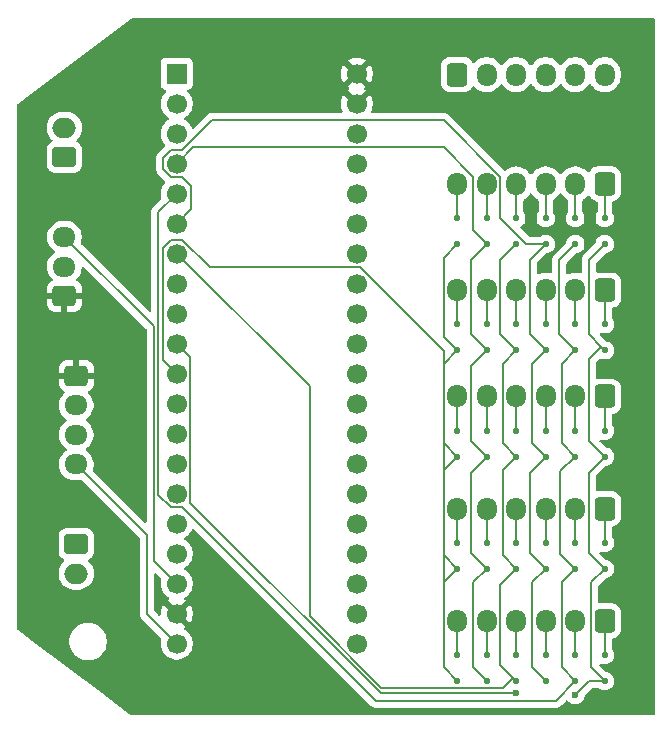
<source format=gbr>
%TF.GenerationSoftware,KiCad,Pcbnew,9.0.5*%
%TF.CreationDate,2026-01-17T00:35:45+01:00*%
%TF.ProjectId,replicazeron_stm,7265706c-6963-4617-9a65-726f6e5f7374,rev?*%
%TF.SameCoordinates,Original*%
%TF.FileFunction,Copper,L2,Bot*%
%TF.FilePolarity,Positive*%
%FSLAX46Y46*%
G04 Gerber Fmt 4.6, Leading zero omitted, Abs format (unit mm)*
G04 Created by KiCad (PCBNEW 9.0.5) date 2026-01-17 00:35:45*
%MOMM*%
%LPD*%
G01*
G04 APERTURE LIST*
G04 Aperture macros list*
%AMRoundRect*
0 Rectangle with rounded corners*
0 $1 Rounding radius*
0 $2 $3 $4 $5 $6 $7 $8 $9 X,Y pos of 4 corners*
0 Add a 4 corners polygon primitive as box body*
4,1,4,$2,$3,$4,$5,$6,$7,$8,$9,$2,$3,0*
0 Add four circle primitives for the rounded corners*
1,1,$1+$1,$2,$3*
1,1,$1+$1,$4,$5*
1,1,$1+$1,$6,$7*
1,1,$1+$1,$8,$9*
0 Add four rect primitives between the rounded corners*
20,1,$1+$1,$2,$3,$4,$5,0*
20,1,$1+$1,$4,$5,$6,$7,0*
20,1,$1+$1,$6,$7,$8,$9,0*
20,1,$1+$1,$8,$9,$2,$3,0*%
G04 Aperture macros list end*
%TA.AperFunction,ComponentPad*%
%ADD10O,2.000000X1.700000*%
%TD*%
%TA.AperFunction,ComponentPad*%
%ADD11RoundRect,0.250000X-0.750000X0.600000X-0.750000X-0.600000X0.750000X-0.600000X0.750000X0.600000X0*%
%TD*%
%TA.AperFunction,ComponentPad*%
%ADD12RoundRect,0.250000X0.750000X-0.600000X0.750000X0.600000X-0.750000X0.600000X-0.750000X-0.600000X0*%
%TD*%
%TA.AperFunction,ComponentPad*%
%ADD13RoundRect,0.250000X0.600000X0.725000X-0.600000X0.725000X-0.600000X-0.725000X0.600000X-0.725000X0*%
%TD*%
%TA.AperFunction,ComponentPad*%
%ADD14O,1.700000X1.950000*%
%TD*%
%TA.AperFunction,ComponentPad*%
%ADD15RoundRect,0.250000X-0.725000X0.600000X-0.725000X-0.600000X0.725000X-0.600000X0.725000X0.600000X0*%
%TD*%
%TA.AperFunction,ComponentPad*%
%ADD16O,1.950000X1.700000*%
%TD*%
%TA.AperFunction,ComponentPad*%
%ADD17RoundRect,0.250000X-0.600000X-0.725000X0.600000X-0.725000X0.600000X0.725000X-0.600000X0.725000X0*%
%TD*%
%TA.AperFunction,ComponentPad*%
%ADD18RoundRect,0.250000X0.725000X-0.600000X0.725000X0.600000X-0.725000X0.600000X-0.725000X-0.600000X0*%
%TD*%
%TA.AperFunction,ComponentPad*%
%ADD19R,1.700000X1.700000*%
%TD*%
%TA.AperFunction,ComponentPad*%
%ADD20C,1.700000*%
%TD*%
%TA.AperFunction,SMDPad,CuDef*%
%ADD21RoundRect,0.125000X0.125000X-0.125000X0.125000X0.125000X-0.125000X0.125000X-0.125000X-0.125000X0*%
%TD*%
%TA.AperFunction,ViaPad*%
%ADD22C,0.600000*%
%TD*%
%TA.AperFunction,Conductor*%
%ADD23C,0.200000*%
%TD*%
G04 APERTURE END LIST*
D10*
%TO.P,J7_Stick1,2,Pin_2*%
%TO.N,axis_1*%
X73000000Y-85000000D03*
D11*
%TO.P,J7_Stick1,1,Pin_1*%
%TO.N,axis_0*%
X73000000Y-82500000D03*
%TD*%
D12*
%TO.P,J8_LED1,1,Pin_1*%
%TO.N,led0*%
X72000000Y-49750000D03*
D10*
%TO.P,J8_LED1,2,Pin_2*%
%TO.N,led1*%
X72000000Y-47250000D03*
%TD*%
D13*
%TO.P,J5_Ring1,1,Pin_1*%
%TO.N,Net-(D12-A)*%
X117750000Y-52000000D03*
D14*
%TO.P,J5_Ring1,2,Pin_2*%
%TO.N,Net-(D11-A)*%
X115250000Y-52000000D03*
%TO.P,J5_Ring1,3,Pin_3*%
%TO.N,Net-(D10-A)*%
X112750000Y-52000000D03*
%TO.P,J5_Ring1,4,Pin_4*%
%TO.N,Net-(D9-A)*%
X110250000Y-52000000D03*
%TO.P,J5_Ring1,5,Pin_5*%
%TO.N,Net-(D8-A)*%
X107750000Y-52000000D03*
%TO.P,J5_Ring1,6,Pin_6*%
%TO.N,Net-(D7-A)*%
X105250000Y-52000000D03*
%TD*%
D15*
%TO.P,J10,1,Pin_1*%
%TO.N,GND*%
X73000000Y-68250000D03*
D16*
%TO.P,J10,2,Pin_2*%
%TO.N,i2c_sda*%
X73000000Y-70750000D03*
%TO.P,J10,3,Pin_3*%
%TO.N,i2c_scl*%
X73000000Y-73250000D03*
%TO.P,J10,4,Pin_4*%
%TO.N,+3.3V*%
X73000000Y-75750000D03*
%TD*%
D13*
%TO.P,J6_Pinky1,1,Pin_1*%
%TO.N,Net-(D6-A)*%
X117750000Y-61000000D03*
D14*
%TO.P,J6_Pinky1,2,Pin_2*%
%TO.N,Net-(D5-A)*%
X115250000Y-61000000D03*
%TO.P,J6_Pinky1,3,Pin_3*%
%TO.N,Net-(D4-A)*%
X112750000Y-61000000D03*
%TO.P,J6_Pinky1,4,Pin_4*%
%TO.N,Net-(D3-A)*%
X110250000Y-61000000D03*
%TO.P,J6_Pinky1,5,Pin_5*%
%TO.N,Net-(D2-A)*%
X107750000Y-61000000D03*
%TO.P,J6_Pinky1,6,Pin_6*%
%TO.N,Net-(D1-A)*%
X105250000Y-61000000D03*
%TD*%
D17*
%TO.P,J1_Col1,1,Pin_1*%
%TO.N,col_0*%
X105250000Y-42750000D03*
D14*
%TO.P,J1_Col1,2,Pin_2*%
%TO.N,col_1*%
X107750000Y-42750000D03*
%TO.P,J1_Col1,3,Pin_3*%
X110250000Y-42750000D03*
%TO.P,J1_Col1,4,Pin_4*%
%TO.N,col_2*%
X112750000Y-42750000D03*
%TO.P,J1_Col1,5,Pin_5*%
%TO.N,col_3*%
X115250000Y-42750000D03*
%TO.P,J1_Col1,6,Pin_6*%
%TO.N,col_4*%
X117750000Y-42750000D03*
%TD*%
D13*
%TO.P,J3_Index1,1,Pin_1*%
%TO.N,Net-(D24-A)*%
X117750000Y-79500000D03*
D14*
%TO.P,J3_Index1,2,Pin_2*%
%TO.N,Net-(D23-A)*%
X115250000Y-79500000D03*
%TO.P,J3_Index1,3,Pin_3*%
%TO.N,Net-(D22-A)*%
X112750000Y-79500000D03*
%TO.P,J3_Index1,4,Pin_4*%
%TO.N,Net-(D21-A)*%
X110250000Y-79500000D03*
%TO.P,J3_Index1,5,Pin_5*%
%TO.N,Net-(D20-A)*%
X107750000Y-79500000D03*
%TO.P,J3_Index1,6,Pin_6*%
%TO.N,Net-(D19-A)*%
X105250000Y-79500000D03*
%TD*%
D18*
%TO.P,J9,1,Pin_1*%
%TO.N,GND*%
X72000000Y-61500000D03*
D16*
%TO.P,J9,2,Pin_2*%
%TO.N,ws2812*%
X72000000Y-59000000D03*
%TO.P,J9,3,Pin_3*%
%TO.N,+5V*%
X72000000Y-56500000D03*
%TD*%
D19*
%TO.P,U2,1,PB12*%
%TO.N,led1*%
X81510000Y-42670000D03*
D20*
%TO.P,U2,2,PB13*%
%TO.N,led0*%
X81510000Y-45210000D03*
%TO.P,U2,3,PB14*%
%TO.N,ws2812*%
X81510000Y-47750000D03*
%TO.P,U2,4,PB15*%
%TO.N,row_4*%
X81510000Y-50290000D03*
%TO.P,U2,5,PA8*%
%TO.N,row_1*%
X81510000Y-52830000D03*
%TO.P,U2,6,PA9*%
%TO.N,row_2*%
X81510000Y-55370000D03*
%TO.P,U2,7,PA10*%
%TO.N,row_3*%
X81510000Y-57910000D03*
%TO.P,U2,8,PA11*%
%TO.N,unconnected-(U2-PA11-Pad8)*%
X81510000Y-60450000D03*
%TO.P,U2,9,PA12*%
%TO.N,unconnected-(U2-PA12-Pad9)*%
X81510000Y-62990000D03*
%TO.P,U2,10,PA15*%
%TO.N,row_0*%
X81510000Y-65530000D03*
%TO.P,U2,11,PB3*%
%TO.N,row_5*%
X81510000Y-68070000D03*
%TO.P,U2,12,PB4*%
%TO.N,col_4*%
X81510000Y-70610000D03*
%TO.P,U2,13,PB5*%
%TO.N,unconnected-(U2-PB5-Pad13)*%
X81510000Y-73150000D03*
%TO.P,U2,14,PB6*%
%TO.N,unconnected-(U2-PB6-Pad14)*%
X81510000Y-75690000D03*
%TO.P,U2,15,PB7*%
%TO.N,unconnected-(U2-PB7-Pad15)*%
X81510000Y-78230000D03*
%TO.P,U2,16,PB8*%
%TO.N,unconnected-(U2-PB8-Pad16)*%
X81510000Y-80770000D03*
%TO.P,U2,17,PB9*%
%TO.N,unconnected-(U2-PB9-Pad17)*%
X81510000Y-83310000D03*
%TO.P,U2,18,5V*%
%TO.N,+5V*%
X81510000Y-85850000D03*
%TO.P,U2,19,GND*%
%TO.N,GND*%
X81510000Y-88390000D03*
%TO.P,U2,20,3V3*%
%TO.N,+3.3V*%
X81510000Y-90930000D03*
%TO.P,U2,21,VBat*%
%TO.N,unconnected-(U2-VBat-Pad21)*%
X96750000Y-90930000D03*
%TO.P,U2,22,PC13*%
%TO.N,unconnected-(U2-PC13-Pad22)*%
X96750000Y-88390000D03*
%TO.P,U2,23,PC14*%
%TO.N,unconnected-(U2-PC14-Pad23)*%
X96750000Y-85850000D03*
%TO.P,U2,24,PC15*%
%TO.N,unconnected-(U2-PC15-Pad24)*%
X96750000Y-83310000D03*
%TO.P,U2,25,PA0*%
%TO.N,unconnected-(U2-PA0-Pad25)*%
X96750000Y-80770000D03*
%TO.P,U2,26,PA1*%
%TO.N,unconnected-(U2-PA1-Pad26)*%
X96750000Y-78230000D03*
%TO.P,U2,27,PA2*%
%TO.N,unconnected-(U2-PA2-Pad27)*%
X96750000Y-75690000D03*
%TO.P,U2,28,PA3*%
%TO.N,unconnected-(U2-PA3-Pad28)*%
X96750000Y-73150000D03*
%TO.P,U2,29,PA4*%
%TO.N,col_3*%
X96750000Y-70610000D03*
%TO.P,U2,30,PA5*%
%TO.N,col_2*%
X96750000Y-68070000D03*
%TO.P,U2,31,PA6*%
%TO.N,col_1*%
X96750000Y-65530000D03*
%TO.P,U2,32,PA7*%
%TO.N,col_0*%
X96750000Y-62990000D03*
%TO.P,U2,33,PB0*%
%TO.N,axis_1*%
X96750000Y-60450000D03*
%TO.P,U2,34,PB1*%
%TO.N,axis_0*%
X96750000Y-57910000D03*
%TO.P,U2,35,PB10*%
%TO.N,i2c_scl*%
X96750000Y-55370000D03*
%TO.P,U2,36,PB11*%
%TO.N,i2c_sda*%
X96750000Y-52830000D03*
%TO.P,U2,37,RST*%
%TO.N,unconnected-(U2-RST-Pad37)*%
X96750000Y-50290000D03*
%TO.P,U2,38,3V3*%
%TO.N,+3.3V*%
X96750000Y-47750000D03*
%TO.P,U2,39,GND*%
%TO.N,GND*%
X96750000Y-45210000D03*
%TO.P,U2,40,GND*%
X96750000Y-42670000D03*
%TD*%
D13*
%TO.P,J2_Thumb1,1,Pin_1*%
%TO.N,Net-(D30-A)*%
X117750000Y-89000000D03*
D14*
%TO.P,J2_Thumb1,2,Pin_2*%
%TO.N,Net-(D29-A)*%
X115250000Y-89000000D03*
%TO.P,J2_Thumb1,3,Pin_3*%
%TO.N,Net-(D28-A)*%
X112750000Y-89000000D03*
%TO.P,J2_Thumb1,4,Pin_4*%
%TO.N,Net-(D27-A)*%
X110250000Y-89000000D03*
%TO.P,J2_Thumb1,5,Pin_5*%
%TO.N,Net-(D26-A)*%
X107750000Y-89000000D03*
%TO.P,J2_Thumb1,6,Pin_6*%
%TO.N,Net-(D25-A)*%
X105250000Y-89000000D03*
%TD*%
D13*
%TO.P,J4_Mid1,1,Pin_1*%
%TO.N,Net-(D18-A)*%
X117750000Y-70000000D03*
D14*
%TO.P,J4_Mid1,2,Pin_2*%
%TO.N,Net-(D17-A)*%
X115250000Y-70000000D03*
%TO.P,J4_Mid1,3,Pin_3*%
%TO.N,Net-(D16-A)*%
X112750000Y-70000000D03*
%TO.P,J4_Mid1,4,Pin_4*%
%TO.N,Net-(D15-A)*%
X110250000Y-70000000D03*
%TO.P,J4_Mid1,5,Pin_5*%
%TO.N,Net-(D14-A)*%
X107750000Y-70000000D03*
%TO.P,J4_Mid1,6,Pin_6*%
%TO.N,Net-(D13-A)*%
X105250000Y-70000000D03*
%TD*%
D21*
%TO.P,D6,1,K*%
%TO.N,row_0*%
X117750000Y-66100000D03*
%TO.P,D6,2,A*%
%TO.N,Net-(D6-A)*%
X117750000Y-63900000D03*
%TD*%
%TO.P,D5,1,K*%
%TO.N,row_1*%
X115250000Y-66100000D03*
%TO.P,D5,2,A*%
%TO.N,Net-(D5-A)*%
X115250000Y-63900000D03*
%TD*%
%TO.P,D19,1,K*%
%TO.N,row_5*%
X105250000Y-84600000D03*
%TO.P,D19,2,A*%
%TO.N,Net-(D19-A)*%
X105250000Y-82400000D03*
%TD*%
%TO.P,D25,1,K*%
%TO.N,row_5*%
X105250000Y-94100000D03*
%TO.P,D25,2,A*%
%TO.N,Net-(D25-A)*%
X105250000Y-91900000D03*
%TD*%
%TO.P,D4,1,K*%
%TO.N,row_2*%
X112750000Y-66100000D03*
%TO.P,D4,2,A*%
%TO.N,Net-(D4-A)*%
X112750000Y-63900000D03*
%TD*%
%TO.P,D15,1,K*%
%TO.N,row_3*%
X110250000Y-75100000D03*
%TO.P,D15,2,A*%
%TO.N,Net-(D15-A)*%
X110250000Y-72900000D03*
%TD*%
%TO.P,D10,1,K*%
%TO.N,row_2*%
X112750000Y-57100000D03*
%TO.P,D10,2,A*%
%TO.N,Net-(D10-A)*%
X112750000Y-54900000D03*
%TD*%
%TO.P,D17,1,K*%
%TO.N,row_1*%
X115250000Y-75100000D03*
%TO.P,D17,2,A*%
%TO.N,Net-(D17-A)*%
X115250000Y-72900000D03*
%TD*%
%TO.P,D11,1,K*%
%TO.N,row_1*%
X115250000Y-57100000D03*
%TO.P,D11,2,A*%
%TO.N,Net-(D11-A)*%
X115250000Y-54900000D03*
%TD*%
%TO.P,D18,1,K*%
%TO.N,row_0*%
X117750000Y-75100000D03*
%TO.P,D18,2,A*%
%TO.N,Net-(D18-A)*%
X117750000Y-72900000D03*
%TD*%
%TO.P,D13,1,K*%
%TO.N,row_5*%
X105250000Y-75100000D03*
%TO.P,D13,2,A*%
%TO.N,Net-(D13-A)*%
X105250000Y-72900000D03*
%TD*%
%TO.P,D8,1,K*%
%TO.N,row_4*%
X107750000Y-57100000D03*
%TO.P,D8,2,A*%
%TO.N,Net-(D8-A)*%
X107750000Y-54900000D03*
%TD*%
%TO.P,D29,1,K*%
%TO.N,row_1*%
X115250000Y-94100000D03*
%TO.P,D29,2,A*%
%TO.N,Net-(D29-A)*%
X115250000Y-91900000D03*
%TD*%
%TO.P,D12,1,K*%
%TO.N,row_0*%
X117750000Y-57100000D03*
%TO.P,D12,2,A*%
%TO.N,Net-(D12-A)*%
X117750000Y-54900000D03*
%TD*%
%TO.P,D14,1,K*%
%TO.N,row_4*%
X107750000Y-75100000D03*
%TO.P,D14,2,A*%
%TO.N,Net-(D14-A)*%
X107750000Y-72900000D03*
%TD*%
%TO.P,D27,1,K*%
%TO.N,row_3*%
X110250000Y-94100000D03*
%TO.P,D27,2,A*%
%TO.N,Net-(D27-A)*%
X110250000Y-91900000D03*
%TD*%
%TO.P,D22,1,K*%
%TO.N,row_2*%
X112750000Y-84600000D03*
%TO.P,D22,2,A*%
%TO.N,Net-(D22-A)*%
X112750000Y-82400000D03*
%TD*%
%TO.P,D30,1,K*%
%TO.N,row_0*%
X117750000Y-94100000D03*
%TO.P,D30,2,A*%
%TO.N,Net-(D30-A)*%
X117750000Y-91900000D03*
%TD*%
%TO.P,D2,1,K*%
%TO.N,row_4*%
X107750000Y-66100000D03*
%TO.P,D2,2,A*%
%TO.N,Net-(D2-A)*%
X107750000Y-63900000D03*
%TD*%
%TO.P,D20,1,K*%
%TO.N,row_4*%
X107750000Y-84600000D03*
%TO.P,D20,2,A*%
%TO.N,Net-(D20-A)*%
X107750000Y-82400000D03*
%TD*%
%TO.P,D23,1,K*%
%TO.N,row_1*%
X115250000Y-84600000D03*
%TO.P,D23,2,A*%
%TO.N,Net-(D23-A)*%
X115250000Y-82400000D03*
%TD*%
%TO.P,D28,1,K*%
%TO.N,row_2*%
X112750000Y-94100000D03*
%TO.P,D28,2,A*%
%TO.N,Net-(D28-A)*%
X112750000Y-91900000D03*
%TD*%
%TO.P,D3,1,K*%
%TO.N,row_3*%
X110250000Y-66100000D03*
%TO.P,D3,2,A*%
%TO.N,Net-(D3-A)*%
X110250000Y-63900000D03*
%TD*%
%TO.P,D7,1,K*%
%TO.N,row_5*%
X105250000Y-57100000D03*
%TO.P,D7,2,A*%
%TO.N,Net-(D7-A)*%
X105250000Y-54900000D03*
%TD*%
%TO.P,D24,1,K*%
%TO.N,row_0*%
X117750000Y-84600000D03*
%TO.P,D24,2,A*%
%TO.N,Net-(D24-A)*%
X117750000Y-82400000D03*
%TD*%
%TO.P,D21,1,K*%
%TO.N,row_3*%
X110250000Y-84600000D03*
%TO.P,D21,2,A*%
%TO.N,Net-(D21-A)*%
X110250000Y-82400000D03*
%TD*%
%TO.P,D16,1,K*%
%TO.N,row_2*%
X112750000Y-75100000D03*
%TO.P,D16,2,A*%
%TO.N,Net-(D16-A)*%
X112750000Y-72900000D03*
%TD*%
%TO.P,D26,1,K*%
%TO.N,row_4*%
X107750000Y-94100000D03*
%TO.P,D26,2,A*%
%TO.N,Net-(D26-A)*%
X107750000Y-91900000D03*
%TD*%
%TO.P,D9,1,K*%
%TO.N,row_3*%
X110250000Y-57100000D03*
%TO.P,D9,2,A*%
%TO.N,Net-(D9-A)*%
X110250000Y-54900000D03*
%TD*%
%TO.P,D1,1,K*%
%TO.N,row_5*%
X105250000Y-66100000D03*
%TO.P,D1,2,A*%
%TO.N,Net-(D1-A)*%
X105250000Y-63900000D03*
%TD*%
D22*
%TO.N,row_0*%
X110250000Y-95150000D03*
X115250000Y-95250000D03*
%TD*%
D23*
%TO.N,+3.3V*%
X79000000Y-81750000D02*
X73000000Y-75750000D01*
X79000000Y-88420000D02*
X79000000Y-81750000D01*
X81510000Y-90930000D02*
X79000000Y-88420000D01*
%TO.N,+5V*%
X79557000Y-64057000D02*
X72000000Y-56500000D01*
X81510000Y-85850000D02*
X79557000Y-83897000D01*
X79557000Y-83897000D02*
X79557000Y-64057000D01*
%TO.N,row_0*%
X82661000Y-79035860D02*
X82661000Y-66681000D01*
X98775140Y-95150000D02*
X82661000Y-79035860D01*
X110250000Y-95150000D02*
X98775140Y-95150000D01*
X82661000Y-66681000D02*
X81510000Y-65530000D01*
X116400000Y-94100000D02*
X115250000Y-95250000D01*
X117750000Y-94100000D02*
X116400000Y-94100000D01*
%TO.N,row_1*%
X79958000Y-78305760D02*
X79958000Y-54382000D01*
X81033240Y-79381000D02*
X79958000Y-78305760D01*
X81986760Y-79381000D02*
X81033240Y-79381000D01*
X98355760Y-95750000D02*
X81986760Y-79381000D01*
X113600000Y-95750000D02*
X98355760Y-95750000D01*
X115250000Y-94100000D02*
X113600000Y-95750000D01*
X79958000Y-54382000D02*
X81510000Y-52830000D01*
%TO.N,row_2*%
X82750000Y-54130000D02*
X81510000Y-55370000D01*
X82750000Y-52204240D02*
X82750000Y-54130000D01*
X81986760Y-51441000D02*
X82750000Y-52204240D01*
X81033240Y-51441000D02*
X81986760Y-51441000D01*
X80359000Y-50766760D02*
X81033240Y-51441000D01*
X80359000Y-49813240D02*
X80359000Y-50766760D01*
X81986760Y-49139000D02*
X81033240Y-49139000D01*
X104101760Y-46599000D02*
X84526760Y-46599000D01*
X108901000Y-51398240D02*
X104101760Y-46599000D01*
X111105918Y-57100000D02*
X108901000Y-54895082D01*
X108901000Y-54895082D02*
X108901000Y-51398240D01*
X81033240Y-49139000D02*
X80359000Y-49813240D01*
X84526760Y-46599000D02*
X81986760Y-49139000D01*
X112750000Y-57100000D02*
X111105918Y-57100000D01*
%TO.N,row_5*%
X80359000Y-66919000D02*
X81510000Y-68070000D01*
X80359000Y-57433240D02*
X80359000Y-66919000D01*
X81986760Y-56759000D02*
X81033240Y-56759000D01*
X84288760Y-59061000D02*
X81986760Y-56759000D01*
X96988760Y-59061000D02*
X84288760Y-59061000D01*
X104099000Y-66171240D02*
X96988760Y-59061000D01*
X104099000Y-92949000D02*
X104099000Y-66171240D01*
X105250000Y-94100000D02*
X104099000Y-92949000D01*
X81033240Y-56759000D02*
X80359000Y-57433240D01*
%TO.N,row_3*%
X109099000Y-94651000D02*
X109950000Y-93800000D01*
X81510000Y-57910000D02*
X92750000Y-69150000D01*
X92750000Y-69150000D02*
X92750000Y-88557760D01*
X98843240Y-94651000D02*
X109099000Y-94651000D01*
X109950000Y-93800000D02*
X108901000Y-92751000D01*
X92750000Y-88557760D02*
X98843240Y-94651000D01*
%TO.N,row_4*%
X106599000Y-51398240D02*
X106599000Y-55949000D01*
X106599000Y-55949000D02*
X107750000Y-57100000D01*
X104101760Y-48901000D02*
X106599000Y-51398240D01*
X82899000Y-48901000D02*
X104101760Y-48901000D01*
X81510000Y-50290000D02*
X82899000Y-48901000D01*
%TO.N,row_0*%
X116599000Y-92949000D02*
X117750000Y-94100000D01*
X117750000Y-84600000D02*
X116599000Y-85751000D01*
X116599000Y-85751000D02*
X116599000Y-92949000D01*
X116401000Y-83251000D02*
X117750000Y-84600000D01*
X116401000Y-76449000D02*
X116401000Y-83251000D01*
X117750000Y-75100000D02*
X116401000Y-76449000D01*
X116401000Y-73751000D02*
X117750000Y-75100000D01*
X116401000Y-66849000D02*
X116401000Y-73751000D01*
X117450000Y-65800000D02*
X116401000Y-66849000D01*
X117450000Y-65800000D02*
X117750000Y-66100000D01*
X116401000Y-58449000D02*
X116401000Y-64751000D01*
X116401000Y-64751000D02*
X117450000Y-65800000D01*
X117750000Y-57100000D02*
X116401000Y-58449000D01*
%TO.N,row_1*%
X113901000Y-58449000D02*
X115250000Y-57100000D01*
X113901000Y-64751000D02*
X113901000Y-58449000D01*
X115250000Y-66100000D02*
X113901000Y-64751000D01*
X114099000Y-67251000D02*
X115250000Y-66100000D01*
X114099000Y-73949000D02*
X114099000Y-67251000D01*
X115250000Y-75100000D02*
X114099000Y-73949000D01*
X114000000Y-76350000D02*
X115250000Y-75100000D01*
X114000000Y-83350000D02*
X114000000Y-76350000D01*
X115250000Y-84600000D02*
X114000000Y-83350000D01*
X114099000Y-85751000D02*
X115250000Y-84600000D01*
X114099000Y-92949000D02*
X114099000Y-85751000D01*
X115250000Y-94100000D02*
X114099000Y-92949000D01*
%TO.N,row_2*%
X111599000Y-92949000D02*
X112750000Y-94100000D01*
X111599000Y-85751000D02*
X111599000Y-92949000D01*
X112750000Y-84600000D02*
X111599000Y-85751000D01*
X111401000Y-83251000D02*
X112750000Y-84600000D01*
X111401000Y-76449000D02*
X111401000Y-83251000D01*
X112750000Y-75100000D02*
X111401000Y-76449000D01*
X111599000Y-73949000D02*
X112750000Y-75100000D01*
X111599000Y-67251000D02*
X111599000Y-73949000D01*
X112750000Y-66100000D02*
X111599000Y-67251000D01*
X111401000Y-64751000D02*
X112750000Y-66100000D01*
X111401000Y-58449000D02*
X111401000Y-64751000D01*
X112750000Y-57100000D02*
X111401000Y-58449000D01*
%TO.N,row_3*%
X108901000Y-58449000D02*
X110250000Y-57100000D01*
X108901000Y-64751000D02*
X108901000Y-58449000D01*
X110250000Y-66100000D02*
X108901000Y-64751000D01*
X109099000Y-67251000D02*
X110250000Y-66100000D01*
X109099000Y-73949000D02*
X109099000Y-67251000D01*
X110250000Y-75100000D02*
X109099000Y-73949000D01*
X109099000Y-76251000D02*
X110250000Y-75100000D01*
X109099000Y-83449000D02*
X109099000Y-76251000D01*
X110250000Y-84600000D02*
X109099000Y-83449000D01*
X108901000Y-85949000D02*
X110250000Y-84600000D01*
X108901000Y-92751000D02*
X108901000Y-85949000D01*
X110250000Y-94100000D02*
X109950000Y-93800000D01*
%TO.N,row_4*%
X106401000Y-64751000D02*
X107750000Y-66100000D01*
X106401000Y-58449000D02*
X106401000Y-64751000D01*
X107750000Y-57100000D02*
X106401000Y-58449000D01*
X106401000Y-73751000D02*
X107750000Y-75100000D01*
X106401000Y-67449000D02*
X106401000Y-73751000D01*
X107750000Y-66100000D02*
X106401000Y-67449000D01*
X106401000Y-83251000D02*
X107750000Y-84600000D01*
X106401000Y-76449000D02*
X106401000Y-83251000D01*
X107750000Y-75100000D02*
X106401000Y-76449000D01*
X106599000Y-85751000D02*
X107750000Y-84600000D01*
X106599000Y-92949000D02*
X106599000Y-85751000D01*
X107750000Y-94100000D02*
X106599000Y-92949000D01*
%TO.N,row_5*%
X104099000Y-85751000D02*
X104099000Y-92949000D01*
X105250000Y-84600000D02*
X104099000Y-85751000D01*
X104099000Y-76251000D02*
X104099000Y-83449000D01*
X104099000Y-83449000D02*
X105250000Y-84600000D01*
X105250000Y-75100000D02*
X104099000Y-76251000D01*
X104099000Y-73949000D02*
X105250000Y-75100000D01*
X104099000Y-67251000D02*
X104099000Y-73949000D01*
X105250000Y-66100000D02*
X104099000Y-67251000D01*
X104099000Y-64949000D02*
X105250000Y-66100000D01*
X104099000Y-58251000D02*
X104099000Y-64949000D01*
X105250000Y-57100000D02*
X104099000Y-58251000D01*
%TO.N,Net-(D26-A)*%
X107750000Y-91900000D02*
X107750000Y-89000000D01*
%TO.N,Net-(D27-A)*%
X110250000Y-91900000D02*
X110250000Y-89000000D01*
%TO.N,Net-(D28-A)*%
X112750000Y-91900000D02*
X112750000Y-89000000D01*
%TO.N,Net-(D29-A)*%
X115250000Y-91900000D02*
X115250000Y-89000000D01*
%TO.N,Net-(D30-A)*%
X117750000Y-91900000D02*
X117750000Y-89000000D01*
%TO.N,Net-(D24-A)*%
X117750000Y-82400000D02*
X117750000Y-79500000D01*
%TO.N,Net-(D23-A)*%
X115250000Y-82400000D02*
X115250000Y-79500000D01*
%TO.N,Net-(D22-A)*%
X112750000Y-82400000D02*
X112750000Y-79500000D01*
%TO.N,Net-(D21-A)*%
X110250000Y-82400000D02*
X110250000Y-79500000D01*
%TO.N,Net-(D20-A)*%
X107750000Y-82400000D02*
X107750000Y-79500000D01*
%TO.N,Net-(D18-A)*%
X117750000Y-72900000D02*
X117750000Y-70000000D01*
%TO.N,Net-(D17-A)*%
X115250000Y-72900000D02*
X115250000Y-70000000D01*
%TO.N,Net-(D16-A)*%
X112750000Y-72900000D02*
X112750000Y-70000000D01*
%TO.N,Net-(D15-A)*%
X110250000Y-72900000D02*
X110250000Y-70000000D01*
%TO.N,Net-(D14-A)*%
X107750000Y-72900000D02*
X107750000Y-70000000D01*
%TO.N,Net-(D6-A)*%
X117750000Y-63900000D02*
X117750000Y-61000000D01*
%TO.N,Net-(D5-A)*%
X115250000Y-63900000D02*
X115250000Y-61000000D01*
%TO.N,Net-(D4-A)*%
X112750000Y-63900000D02*
X112750000Y-61000000D01*
%TO.N,Net-(D25-A)*%
X105250000Y-89000000D02*
X105250000Y-91900000D01*
%TO.N,Net-(D19-A)*%
X105250000Y-79500000D02*
X105250000Y-82400000D01*
%TO.N,Net-(D13-A)*%
X105250000Y-70000000D02*
X105250000Y-72900000D01*
%TO.N,Net-(D3-A)*%
X110250000Y-63900000D02*
X110250000Y-61000000D01*
%TO.N,Net-(D2-A)*%
X107750000Y-63900000D02*
X107750000Y-61000000D01*
%TO.N,Net-(D1-A)*%
X105250000Y-63900000D02*
X105250000Y-61000000D01*
%TO.N,Net-(D12-A)*%
X117750000Y-54900000D02*
X117750000Y-52000000D01*
%TO.N,Net-(D11-A)*%
X115250000Y-54900000D02*
X115250000Y-52000000D01*
%TO.N,Net-(D10-A)*%
X112750000Y-54900000D02*
X112750000Y-52000000D01*
%TO.N,Net-(D9-A)*%
X110250000Y-54900000D02*
X110250000Y-52000000D01*
%TO.N,Net-(D8-A)*%
X107750000Y-54900000D02*
X107750000Y-52000000D01*
%TO.N,Net-(D7-A)*%
X105250000Y-54900000D02*
X105250000Y-52000000D01*
%TD*%
%TA.AperFunction,Conductor*%
%TO.N,GND*%
G36*
X79805703Y-84995384D02*
G01*
X79812181Y-85001416D01*
X80176241Y-85365476D01*
X80209726Y-85426799D01*
X80206492Y-85491473D01*
X80192753Y-85533757D01*
X80159500Y-85743713D01*
X80159500Y-85956286D01*
X80172451Y-86038059D01*
X80192754Y-86166243D01*
X80220474Y-86251557D01*
X80258444Y-86368414D01*
X80354951Y-86557820D01*
X80479890Y-86729786D01*
X80630213Y-86880109D01*
X80802179Y-87005048D01*
X80802181Y-87005049D01*
X80802184Y-87005051D01*
X80811493Y-87009794D01*
X80862290Y-87057766D01*
X80879087Y-87125587D01*
X80856552Y-87191722D01*
X80811505Y-87230760D01*
X80802446Y-87235376D01*
X80802440Y-87235380D01*
X80748282Y-87274727D01*
X80748282Y-87274728D01*
X81380591Y-87907037D01*
X81317007Y-87924075D01*
X81202993Y-87989901D01*
X81109901Y-88082993D01*
X81044075Y-88197007D01*
X81027037Y-88260591D01*
X80394728Y-87628282D01*
X80394727Y-87628282D01*
X80355380Y-87682439D01*
X80258904Y-87871782D01*
X80193242Y-88073869D01*
X80193242Y-88073872D01*
X80160000Y-88283753D01*
X80160000Y-88431403D01*
X80140315Y-88498442D01*
X80087511Y-88544197D01*
X80018353Y-88554141D01*
X79954797Y-88525116D01*
X79948319Y-88519084D01*
X79636819Y-88207584D01*
X79603334Y-88146261D01*
X79600500Y-88119903D01*
X79600500Y-85089097D01*
X79620185Y-85022058D01*
X79672989Y-84976303D01*
X79742147Y-84966359D01*
X79805703Y-84995384D01*
G37*
%TD.AperFunction*%
%TA.AperFunction,Conductor*%
G36*
X121942539Y-38020185D02*
G01*
X121988294Y-38072989D01*
X121999500Y-38124500D01*
X121999500Y-96875500D01*
X121979815Y-96942539D01*
X121927011Y-96988294D01*
X121875500Y-96999500D01*
X77708167Y-96999500D01*
X77641128Y-96979815D01*
X77633767Y-96974700D01*
X77501500Y-96875500D01*
X75200167Y-95149500D01*
X69291989Y-90718366D01*
X69166218Y-90624038D01*
X72399500Y-90624038D01*
X72399500Y-90875961D01*
X72438910Y-91124785D01*
X72516760Y-91364383D01*
X72631132Y-91588848D01*
X72779201Y-91792649D01*
X72779205Y-91792654D01*
X72957345Y-91970794D01*
X72957350Y-91970798D01*
X73114603Y-92085048D01*
X73161155Y-92118870D01*
X73293969Y-92186542D01*
X73385616Y-92233239D01*
X73385618Y-92233239D01*
X73385621Y-92233241D01*
X73625215Y-92311090D01*
X73874038Y-92350500D01*
X73874039Y-92350500D01*
X74125961Y-92350500D01*
X74125962Y-92350500D01*
X74374785Y-92311090D01*
X74614379Y-92233241D01*
X74838845Y-92118870D01*
X75042656Y-91970793D01*
X75220793Y-91792656D01*
X75368870Y-91588845D01*
X75483241Y-91364379D01*
X75561090Y-91124785D01*
X75600500Y-90875962D01*
X75600500Y-90624038D01*
X75561090Y-90375215D01*
X75483241Y-90135621D01*
X75483239Y-90135618D01*
X75483239Y-90135616D01*
X75441747Y-90054184D01*
X75368870Y-89911155D01*
X75344633Y-89877795D01*
X75220798Y-89707350D01*
X75220794Y-89707345D01*
X75042654Y-89529205D01*
X75042649Y-89529201D01*
X74838848Y-89381132D01*
X74838847Y-89381131D01*
X74838845Y-89381130D01*
X74768747Y-89345413D01*
X74614383Y-89266760D01*
X74374785Y-89188910D01*
X74139959Y-89151717D01*
X74125962Y-89149500D01*
X73874038Y-89149500D01*
X73860041Y-89151717D01*
X73625214Y-89188910D01*
X73385616Y-89266760D01*
X73161151Y-89381132D01*
X72957350Y-89529201D01*
X72957345Y-89529205D01*
X72779205Y-89707345D01*
X72779201Y-89707350D01*
X72631132Y-89911151D01*
X72516760Y-90135616D01*
X72438910Y-90375214D01*
X72399500Y-90624038D01*
X69166218Y-90624038D01*
X68050100Y-89786949D01*
X68008279Y-89730978D01*
X68000500Y-89687749D01*
X68000500Y-81849983D01*
X71499500Y-81849983D01*
X71499500Y-83150001D01*
X71499501Y-83150018D01*
X71510000Y-83252796D01*
X71510001Y-83252799D01*
X71548818Y-83369939D01*
X71565186Y-83419334D01*
X71632248Y-83528060D01*
X71657289Y-83568657D01*
X71781344Y-83692712D01*
X71936120Y-83788178D01*
X71982845Y-83840126D01*
X71994068Y-83909088D01*
X71966224Y-83973171D01*
X71958706Y-83981398D01*
X71819889Y-84120215D01*
X71694951Y-84292179D01*
X71598444Y-84481585D01*
X71532753Y-84683760D01*
X71499500Y-84893713D01*
X71499500Y-85106287D01*
X71500313Y-85111420D01*
X71530754Y-85303619D01*
X71532754Y-85316243D01*
X71582219Y-85468481D01*
X71598444Y-85518414D01*
X71694951Y-85707820D01*
X71819890Y-85879786D01*
X71970213Y-86030109D01*
X72142179Y-86155048D01*
X72142181Y-86155049D01*
X72142184Y-86155051D01*
X72331588Y-86251557D01*
X72533757Y-86317246D01*
X72743713Y-86350500D01*
X72743714Y-86350500D01*
X73256286Y-86350500D01*
X73256287Y-86350500D01*
X73466243Y-86317246D01*
X73668412Y-86251557D01*
X73857816Y-86155051D01*
X74000899Y-86051096D01*
X74029786Y-86030109D01*
X74029788Y-86030106D01*
X74029792Y-86030104D01*
X74180104Y-85879792D01*
X74180106Y-85879788D01*
X74180109Y-85879786D01*
X74305048Y-85707820D01*
X74305047Y-85707820D01*
X74305051Y-85707816D01*
X74401557Y-85518412D01*
X74467246Y-85316243D01*
X74500500Y-85106287D01*
X74500500Y-84893713D01*
X74467246Y-84683757D01*
X74401557Y-84481588D01*
X74305051Y-84292184D01*
X74305049Y-84292181D01*
X74305048Y-84292179D01*
X74180109Y-84120213D01*
X74041294Y-83981398D01*
X74007809Y-83920075D01*
X74012793Y-83850383D01*
X74054665Y-83794450D01*
X74063879Y-83788178D01*
X74069331Y-83784814D01*
X74069334Y-83784814D01*
X74218656Y-83692712D01*
X74342712Y-83568656D01*
X74434814Y-83419334D01*
X74489999Y-83252797D01*
X74500500Y-83150009D01*
X74500499Y-81849992D01*
X74489999Y-81747203D01*
X74434814Y-81580666D01*
X74342712Y-81431344D01*
X74218656Y-81307288D01*
X74125888Y-81250069D01*
X74069336Y-81215187D01*
X74069331Y-81215185D01*
X74051568Y-81209299D01*
X73902797Y-81160001D01*
X73902795Y-81160000D01*
X73800010Y-81149500D01*
X72199998Y-81149500D01*
X72199981Y-81149501D01*
X72097203Y-81160000D01*
X72097200Y-81160001D01*
X71930668Y-81215185D01*
X71930663Y-81215187D01*
X71781342Y-81307289D01*
X71657289Y-81431342D01*
X71565187Y-81580663D01*
X71565186Y-81580666D01*
X71510001Y-81747203D01*
X71510001Y-81747204D01*
X71510000Y-81747204D01*
X71499500Y-81849983D01*
X68000500Y-81849983D01*
X68000500Y-56393713D01*
X70524500Y-56393713D01*
X70524500Y-56606287D01*
X70557754Y-56816243D01*
X70617871Y-57001264D01*
X70623444Y-57018414D01*
X70719951Y-57207820D01*
X70844890Y-57379786D01*
X70995209Y-57530105D01*
X70995214Y-57530109D01*
X71159793Y-57649682D01*
X71202459Y-57705011D01*
X71208438Y-57774625D01*
X71175833Y-57836420D01*
X71159793Y-57850318D01*
X70995214Y-57969890D01*
X70995209Y-57969894D01*
X70844890Y-58120213D01*
X70719951Y-58292179D01*
X70623444Y-58481585D01*
X70557753Y-58683760D01*
X70537954Y-58808767D01*
X70524500Y-58893713D01*
X70524500Y-59106287D01*
X70557754Y-59316243D01*
X70605502Y-59463197D01*
X70623444Y-59518414D01*
X70719951Y-59707820D01*
X70844890Y-59879786D01*
X70984068Y-60018964D01*
X71017553Y-60080287D01*
X71012569Y-60149979D01*
X70970697Y-60205912D01*
X70961484Y-60212183D01*
X70806659Y-60307680D01*
X70806655Y-60307683D01*
X70682684Y-60431654D01*
X70590643Y-60580875D01*
X70590641Y-60580880D01*
X70535494Y-60747302D01*
X70535493Y-60747309D01*
X70525000Y-60850013D01*
X70525000Y-61250000D01*
X71595854Y-61250000D01*
X71557370Y-61316657D01*
X71525000Y-61437465D01*
X71525000Y-61562535D01*
X71557370Y-61683343D01*
X71595854Y-61750000D01*
X70525001Y-61750000D01*
X70525001Y-62149986D01*
X70535494Y-62252697D01*
X70590641Y-62419119D01*
X70590643Y-62419124D01*
X70682684Y-62568345D01*
X70806654Y-62692315D01*
X70955875Y-62784356D01*
X70955880Y-62784358D01*
X71122302Y-62839505D01*
X71122309Y-62839506D01*
X71225019Y-62849999D01*
X71749999Y-62849999D01*
X71750000Y-62849998D01*
X71750000Y-61904145D01*
X71816657Y-61942630D01*
X71937465Y-61975000D01*
X72062535Y-61975000D01*
X72183343Y-61942630D01*
X72250000Y-61904145D01*
X72250000Y-62849999D01*
X72774972Y-62849999D01*
X72774986Y-62849998D01*
X72877697Y-62839505D01*
X73044119Y-62784358D01*
X73044124Y-62784356D01*
X73193345Y-62692315D01*
X73317315Y-62568345D01*
X73409356Y-62419124D01*
X73409358Y-62419119D01*
X73464505Y-62252697D01*
X73464506Y-62252690D01*
X73474999Y-62149986D01*
X73475000Y-62149973D01*
X73475000Y-61750000D01*
X72404146Y-61750000D01*
X72442630Y-61683343D01*
X72475000Y-61562535D01*
X72475000Y-61437465D01*
X72442630Y-61316657D01*
X72404146Y-61250000D01*
X73474999Y-61250000D01*
X73474999Y-60850028D01*
X73474998Y-60850013D01*
X73464505Y-60747302D01*
X73409358Y-60580880D01*
X73409356Y-60580875D01*
X73317315Y-60431654D01*
X73193345Y-60307684D01*
X73038515Y-60212184D01*
X72991791Y-60160236D01*
X72980568Y-60091273D01*
X73008412Y-60027191D01*
X73015909Y-60018986D01*
X73155104Y-59879792D01*
X73210790Y-59803147D01*
X73280048Y-59707820D01*
X73280047Y-59707820D01*
X73280051Y-59707816D01*
X73376557Y-59518412D01*
X73442246Y-59316243D01*
X73475500Y-59106287D01*
X73475500Y-59106281D01*
X73475925Y-59103598D01*
X73505854Y-59040463D01*
X73565165Y-59003531D01*
X73635028Y-59004529D01*
X73686079Y-59035314D01*
X78920181Y-64269416D01*
X78953666Y-64330739D01*
X78956500Y-64357097D01*
X78956500Y-80557903D01*
X78936815Y-80624942D01*
X78884011Y-80670697D01*
X78814853Y-80680641D01*
X78751297Y-80651616D01*
X78744819Y-80645584D01*
X74428102Y-76328867D01*
X74394617Y-76267544D01*
X74397851Y-76202874D01*
X74442246Y-76066243D01*
X74475500Y-75856287D01*
X74475500Y-75643713D01*
X74442246Y-75433757D01*
X74376557Y-75231588D01*
X74280051Y-75042184D01*
X74280049Y-75042181D01*
X74280048Y-75042179D01*
X74155109Y-74870213D01*
X74004792Y-74719896D01*
X74004784Y-74719890D01*
X73840204Y-74600316D01*
X73797540Y-74544989D01*
X73791561Y-74475376D01*
X73824166Y-74413580D01*
X73840199Y-74399686D01*
X74004792Y-74280104D01*
X74155104Y-74129792D01*
X74155106Y-74129788D01*
X74155109Y-74129786D01*
X74280048Y-73957820D01*
X74280047Y-73957820D01*
X74280051Y-73957816D01*
X74376557Y-73768412D01*
X74442246Y-73566243D01*
X74475500Y-73356287D01*
X74475500Y-73143713D01*
X74442246Y-72933757D01*
X74376557Y-72731588D01*
X74280051Y-72542184D01*
X74280049Y-72542181D01*
X74280048Y-72542179D01*
X74155109Y-72370213D01*
X74004792Y-72219896D01*
X73965851Y-72191604D01*
X73840204Y-72100316D01*
X73797540Y-72044989D01*
X73791561Y-71975376D01*
X73824166Y-71913580D01*
X73840199Y-71899686D01*
X74004792Y-71780104D01*
X74155104Y-71629792D01*
X74155106Y-71629788D01*
X74155109Y-71629786D01*
X74267204Y-71475499D01*
X74280051Y-71457816D01*
X74376557Y-71268412D01*
X74442246Y-71066243D01*
X74475500Y-70856287D01*
X74475500Y-70643713D01*
X74442246Y-70433757D01*
X74376557Y-70231588D01*
X74280051Y-70042184D01*
X74280049Y-70042181D01*
X74280048Y-70042179D01*
X74155109Y-69870213D01*
X74015931Y-69731035D01*
X73982446Y-69669712D01*
X73987430Y-69600020D01*
X74029302Y-69544087D01*
X74038516Y-69537815D01*
X74193343Y-69442317D01*
X74317315Y-69318345D01*
X74409356Y-69169124D01*
X74409358Y-69169119D01*
X74464505Y-69002697D01*
X74464506Y-69002690D01*
X74474999Y-68899986D01*
X74475000Y-68899973D01*
X74475000Y-68500000D01*
X73404146Y-68500000D01*
X73442630Y-68433343D01*
X73475000Y-68312535D01*
X73475000Y-68187465D01*
X73442630Y-68066657D01*
X73404146Y-68000000D01*
X74474999Y-68000000D01*
X74474999Y-67600028D01*
X74474998Y-67600013D01*
X74464505Y-67497302D01*
X74409358Y-67330880D01*
X74409356Y-67330875D01*
X74317315Y-67181654D01*
X74193345Y-67057684D01*
X74044124Y-66965643D01*
X74044119Y-66965641D01*
X73877697Y-66910494D01*
X73877690Y-66910493D01*
X73774986Y-66900000D01*
X73250000Y-66900000D01*
X73250000Y-67845854D01*
X73183343Y-67807370D01*
X73062535Y-67775000D01*
X72937465Y-67775000D01*
X72816657Y-67807370D01*
X72750000Y-67845854D01*
X72750000Y-66900000D01*
X72225028Y-66900000D01*
X72225012Y-66900001D01*
X72122302Y-66910494D01*
X71955880Y-66965641D01*
X71955875Y-66965643D01*
X71806654Y-67057684D01*
X71682684Y-67181654D01*
X71590643Y-67330875D01*
X71590641Y-67330880D01*
X71535494Y-67497302D01*
X71535493Y-67497309D01*
X71525000Y-67600013D01*
X71525000Y-68000000D01*
X72595854Y-68000000D01*
X72557370Y-68066657D01*
X72525000Y-68187465D01*
X72525000Y-68312535D01*
X72557370Y-68433343D01*
X72595854Y-68500000D01*
X71525001Y-68500000D01*
X71525001Y-68899986D01*
X71535494Y-69002697D01*
X71590641Y-69169119D01*
X71590643Y-69169124D01*
X71682684Y-69318345D01*
X71806654Y-69442315D01*
X71961484Y-69537815D01*
X72008208Y-69589763D01*
X72019431Y-69658726D01*
X71991587Y-69722808D01*
X71984069Y-69731035D01*
X71844889Y-69870215D01*
X71719951Y-70042179D01*
X71623444Y-70231585D01*
X71557753Y-70433760D01*
X71546674Y-70503713D01*
X71524500Y-70643713D01*
X71524500Y-70856287D01*
X71557754Y-71066243D01*
X71617620Y-71250492D01*
X71623444Y-71268414D01*
X71719951Y-71457820D01*
X71844890Y-71629786D01*
X71995209Y-71780105D01*
X71995214Y-71780109D01*
X72159793Y-71899682D01*
X72202459Y-71955011D01*
X72208438Y-72024625D01*
X72175833Y-72086420D01*
X72159793Y-72100318D01*
X71995214Y-72219890D01*
X71995209Y-72219894D01*
X71844890Y-72370213D01*
X71719951Y-72542179D01*
X71623444Y-72731585D01*
X71557753Y-72933760D01*
X71533298Y-73088163D01*
X71524500Y-73143713D01*
X71524500Y-73356287D01*
X71557754Y-73566243D01*
X71606612Y-73716613D01*
X71623444Y-73768414D01*
X71719951Y-73957820D01*
X71844890Y-74129786D01*
X71995209Y-74280105D01*
X71995214Y-74280109D01*
X72159793Y-74399682D01*
X72202459Y-74455011D01*
X72208438Y-74524625D01*
X72175833Y-74586420D01*
X72159793Y-74600318D01*
X71995214Y-74719890D01*
X71995209Y-74719894D01*
X71844890Y-74870213D01*
X71719951Y-75042179D01*
X71623444Y-75231585D01*
X71557753Y-75433760D01*
X71551160Y-75475390D01*
X71524500Y-75643713D01*
X71524500Y-75856287D01*
X71529336Y-75886818D01*
X71542269Y-75968479D01*
X71557754Y-76066243D01*
X71603948Y-76208414D01*
X71623444Y-76268414D01*
X71719951Y-76457820D01*
X71844890Y-76629786D01*
X71995213Y-76780109D01*
X72167179Y-76905048D01*
X72167181Y-76905049D01*
X72167184Y-76905051D01*
X72356588Y-77001557D01*
X72558757Y-77067246D01*
X72768713Y-77100500D01*
X72768714Y-77100500D01*
X73231285Y-77100500D01*
X73231287Y-77100500D01*
X73401949Y-77073469D01*
X73471240Y-77082423D01*
X73509026Y-77108261D01*
X78363181Y-81962416D01*
X78396666Y-82023739D01*
X78399500Y-82050097D01*
X78399500Y-88333330D01*
X78399499Y-88333348D01*
X78399499Y-88499054D01*
X78399498Y-88499054D01*
X78399499Y-88499057D01*
X78440423Y-88651785D01*
X78440424Y-88651787D01*
X78440423Y-88651787D01*
X78457770Y-88681831D01*
X78457772Y-88681833D01*
X78457773Y-88681835D01*
X78471865Y-88706243D01*
X78519479Y-88788715D01*
X78638349Y-88907585D01*
X78638355Y-88907590D01*
X80176241Y-90445476D01*
X80209726Y-90506799D01*
X80206492Y-90571473D01*
X80192753Y-90613757D01*
X80176185Y-90718366D01*
X80159500Y-90823713D01*
X80159500Y-91036287D01*
X80192754Y-91246243D01*
X80239002Y-91388580D01*
X80258444Y-91448414D01*
X80354951Y-91637820D01*
X80479890Y-91809786D01*
X80630213Y-91960109D01*
X80802179Y-92085048D01*
X80802181Y-92085049D01*
X80802184Y-92085051D01*
X80991588Y-92181557D01*
X81193757Y-92247246D01*
X81403713Y-92280500D01*
X81403714Y-92280500D01*
X81616286Y-92280500D01*
X81616287Y-92280500D01*
X81826243Y-92247246D01*
X82028412Y-92181557D01*
X82217816Y-92085051D01*
X82239789Y-92069086D01*
X82389786Y-91960109D01*
X82389788Y-91960106D01*
X82389792Y-91960104D01*
X82540104Y-91809792D01*
X82540106Y-91809788D01*
X82540109Y-91809786D01*
X82665048Y-91637820D01*
X82665047Y-91637820D01*
X82665051Y-91637816D01*
X82761557Y-91448412D01*
X82827246Y-91246243D01*
X82860500Y-91036287D01*
X82860500Y-90823713D01*
X82827246Y-90613757D01*
X82761557Y-90411588D01*
X82665051Y-90222184D01*
X82665049Y-90222181D01*
X82665048Y-90222179D01*
X82540109Y-90050213D01*
X82389786Y-89899890D01*
X82217817Y-89774949D01*
X82208504Y-89770204D01*
X82157707Y-89722230D01*
X82140912Y-89654409D01*
X82163449Y-89588274D01*
X82208507Y-89549232D01*
X82217555Y-89544622D01*
X82271716Y-89505270D01*
X82271717Y-89505270D01*
X81639408Y-88872962D01*
X81702993Y-88855925D01*
X81817007Y-88790099D01*
X81910099Y-88697007D01*
X81975925Y-88582993D01*
X81992962Y-88519409D01*
X82625270Y-89151717D01*
X82625270Y-89151716D01*
X82664622Y-89097554D01*
X82761095Y-88908217D01*
X82826757Y-88706130D01*
X82826757Y-88706127D01*
X82860000Y-88496246D01*
X82860000Y-88283753D01*
X82826757Y-88073872D01*
X82826757Y-88073869D01*
X82761095Y-87871782D01*
X82664624Y-87682449D01*
X82625270Y-87628282D01*
X82625269Y-87628282D01*
X81992962Y-88260590D01*
X81975925Y-88197007D01*
X81910099Y-88082993D01*
X81817007Y-87989901D01*
X81702993Y-87924075D01*
X81639409Y-87907037D01*
X82271716Y-87274728D01*
X82217547Y-87235373D01*
X82217547Y-87235372D01*
X82208500Y-87230763D01*
X82157706Y-87182788D01*
X82140912Y-87114966D01*
X82163451Y-87048832D01*
X82208508Y-87009793D01*
X82217816Y-87005051D01*
X82297007Y-86947515D01*
X82389786Y-86880109D01*
X82389788Y-86880106D01*
X82389792Y-86880104D01*
X82540104Y-86729792D01*
X82540106Y-86729788D01*
X82540109Y-86729786D01*
X82665048Y-86557820D01*
X82665047Y-86557820D01*
X82665051Y-86557816D01*
X82761557Y-86368412D01*
X82827246Y-86166243D01*
X82860500Y-85956287D01*
X82860500Y-85743713D01*
X82827246Y-85533757D01*
X82761557Y-85331588D01*
X82665051Y-85142184D01*
X82665049Y-85142181D01*
X82665048Y-85142179D01*
X82540109Y-84970213D01*
X82389786Y-84819890D01*
X82217820Y-84694951D01*
X82217115Y-84694591D01*
X82209054Y-84690485D01*
X82158259Y-84642512D01*
X82141463Y-84574692D01*
X82163999Y-84508556D01*
X82209054Y-84469515D01*
X82217816Y-84465051D01*
X82339872Y-84376373D01*
X82389786Y-84340109D01*
X82389788Y-84340106D01*
X82389792Y-84340104D01*
X82540104Y-84189792D01*
X82540106Y-84189788D01*
X82540109Y-84189786D01*
X82665048Y-84017820D01*
X82665047Y-84017820D01*
X82665051Y-84017816D01*
X82761557Y-83828412D01*
X82827246Y-83626243D01*
X82860500Y-83416287D01*
X82860500Y-83203713D01*
X82827246Y-82993757D01*
X82761557Y-82791588D01*
X82665051Y-82602184D01*
X82665049Y-82602181D01*
X82665048Y-82602179D01*
X82540109Y-82430213D01*
X82389786Y-82279890D01*
X82217820Y-82154951D01*
X82217115Y-82154591D01*
X82209054Y-82150485D01*
X82158259Y-82102512D01*
X82141463Y-82034692D01*
X82163999Y-81968556D01*
X82209054Y-81929515D01*
X82217816Y-81925051D01*
X82239789Y-81909086D01*
X82389786Y-81800109D01*
X82389788Y-81800106D01*
X82389792Y-81800104D01*
X82540104Y-81649792D01*
X82540106Y-81649788D01*
X82540109Y-81649786D01*
X82665048Y-81477820D01*
X82665047Y-81477820D01*
X82665051Y-81477816D01*
X82761557Y-81288412D01*
X82768522Y-81266973D01*
X82807956Y-81209299D01*
X82872314Y-81182099D01*
X82941161Y-81194011D01*
X82974133Y-81217608D01*
X97987044Y-96230520D01*
X98123975Y-96309577D01*
X98276703Y-96350501D01*
X98276706Y-96350501D01*
X98442414Y-96350501D01*
X98442430Y-96350500D01*
X113513331Y-96350500D01*
X113513347Y-96350501D01*
X113520943Y-96350501D01*
X113679054Y-96350501D01*
X113679057Y-96350501D01*
X113831785Y-96309577D01*
X113881904Y-96280639D01*
X113968716Y-96230520D01*
X114080520Y-96118716D01*
X114080520Y-96118714D01*
X114090728Y-96108507D01*
X114090730Y-96108504D01*
X114446158Y-95753075D01*
X114507479Y-95719592D01*
X114577171Y-95724576D01*
X114622753Y-95757131D01*
X114623903Y-95755982D01*
X114739707Y-95871786D01*
X114739711Y-95871789D01*
X114870814Y-95959390D01*
X114870827Y-95959397D01*
X115016498Y-96019735D01*
X115016503Y-96019737D01*
X115171153Y-96050499D01*
X115171156Y-96050500D01*
X115171158Y-96050500D01*
X115328844Y-96050500D01*
X115328845Y-96050499D01*
X115483497Y-96019737D01*
X115629179Y-95959394D01*
X115760289Y-95871789D01*
X115871789Y-95760289D01*
X115959394Y-95629179D01*
X116019737Y-95483497D01*
X116050500Y-95328842D01*
X116050638Y-95328150D01*
X116083023Y-95266239D01*
X116084515Y-95264719D01*
X116612417Y-94736819D01*
X116673740Y-94703334D01*
X116700098Y-94700500D01*
X117166899Y-94700500D01*
X117231674Y-94719520D01*
X117231865Y-94719199D01*
X117233132Y-94719948D01*
X117233938Y-94720185D01*
X117236014Y-94721653D01*
X117238583Y-94723172D01*
X117374610Y-94803618D01*
X117526373Y-94847709D01*
X117561837Y-94850500D01*
X117938162Y-94850499D01*
X117973627Y-94847709D01*
X118125390Y-94803618D01*
X118261420Y-94723170D01*
X118373170Y-94611420D01*
X118453618Y-94475390D01*
X118497709Y-94323627D01*
X118500500Y-94288163D01*
X118500499Y-93911838D01*
X118497709Y-93876373D01*
X118453618Y-93724610D01*
X118373170Y-93588580D01*
X118373168Y-93588578D01*
X118373165Y-93588574D01*
X118261425Y-93476834D01*
X118261416Y-93476827D01*
X118125390Y-93396382D01*
X118125385Y-93396380D01*
X117973633Y-93352292D01*
X117973620Y-93352290D01*
X117938170Y-93349500D01*
X117938163Y-93349500D01*
X117900097Y-93349500D01*
X117833058Y-93329815D01*
X117812416Y-93313181D01*
X117333064Y-92833829D01*
X117299579Y-92772506D01*
X117304563Y-92702814D01*
X117346435Y-92646881D01*
X117411899Y-92622464D01*
X117455339Y-92627071D01*
X117526373Y-92647709D01*
X117561837Y-92650500D01*
X117938162Y-92650499D01*
X117973627Y-92647709D01*
X118125390Y-92603618D01*
X118261420Y-92523170D01*
X118373170Y-92411420D01*
X118453618Y-92275390D01*
X118497709Y-92123627D01*
X118500500Y-92088163D01*
X118500499Y-91711838D01*
X118497709Y-91676373D01*
X118453618Y-91524610D01*
X118373170Y-91388580D01*
X118369199Y-91381865D01*
X118371623Y-91380430D01*
X118350985Y-91327858D01*
X118350500Y-91316899D01*
X118350500Y-90592534D01*
X118370185Y-90525495D01*
X118422989Y-90479740D01*
X118461897Y-90469176D01*
X118502797Y-90464999D01*
X118669334Y-90409814D01*
X118818656Y-90317712D01*
X118942712Y-90193656D01*
X119034814Y-90044334D01*
X119089999Y-89877797D01*
X119100500Y-89775009D01*
X119100499Y-88224992D01*
X119089999Y-88122203D01*
X119034814Y-87955666D01*
X118942712Y-87806344D01*
X118818656Y-87682288D01*
X118723253Y-87623443D01*
X118669336Y-87590187D01*
X118669331Y-87590185D01*
X118626496Y-87575991D01*
X118502797Y-87535001D01*
X118502795Y-87535000D01*
X118400016Y-87524500D01*
X118400009Y-87524500D01*
X117323500Y-87524500D01*
X117256461Y-87504815D01*
X117210706Y-87452011D01*
X117199500Y-87400500D01*
X117199500Y-86051096D01*
X117219185Y-85984057D01*
X117235815Y-85963419D01*
X117812416Y-85386817D01*
X117873739Y-85353333D01*
X117900097Y-85350499D01*
X117938150Y-85350499D01*
X117938162Y-85350499D01*
X117973627Y-85347709D01*
X118125390Y-85303618D01*
X118261420Y-85223170D01*
X118373170Y-85111420D01*
X118453618Y-84975390D01*
X118497709Y-84823627D01*
X118500500Y-84788163D01*
X118500499Y-84411838D01*
X118497709Y-84376373D01*
X118453618Y-84224610D01*
X118373170Y-84088580D01*
X118373168Y-84088578D01*
X118373165Y-84088574D01*
X118261425Y-83976834D01*
X118261416Y-83976827D01*
X118125390Y-83896382D01*
X118125385Y-83896380D01*
X117973633Y-83852292D01*
X117973620Y-83852290D01*
X117938170Y-83849500D01*
X117938163Y-83849500D01*
X117900097Y-83849500D01*
X117833058Y-83829815D01*
X117812416Y-83813181D01*
X117333064Y-83333829D01*
X117299579Y-83272506D01*
X117304563Y-83202814D01*
X117346435Y-83146881D01*
X117411899Y-83122464D01*
X117455339Y-83127071D01*
X117526373Y-83147709D01*
X117561837Y-83150500D01*
X117938162Y-83150499D01*
X117973627Y-83147709D01*
X118125390Y-83103618D01*
X118261420Y-83023170D01*
X118373170Y-82911420D01*
X118453618Y-82775390D01*
X118497709Y-82623627D01*
X118500500Y-82588163D01*
X118500499Y-82211838D01*
X118497709Y-82176373D01*
X118453618Y-82024610D01*
X118373170Y-81888580D01*
X118369199Y-81881865D01*
X118371623Y-81880430D01*
X118350985Y-81827858D01*
X118350500Y-81816899D01*
X118350500Y-81092534D01*
X118370185Y-81025495D01*
X118422989Y-80979740D01*
X118461897Y-80969176D01*
X118502797Y-80964999D01*
X118669334Y-80909814D01*
X118818656Y-80817712D01*
X118942712Y-80693656D01*
X119034814Y-80544334D01*
X119089999Y-80377797D01*
X119100500Y-80275009D01*
X119100499Y-78724992D01*
X119089999Y-78622203D01*
X119034814Y-78455666D01*
X118942712Y-78306344D01*
X118818656Y-78182288D01*
X118710036Y-78115291D01*
X118669336Y-78090187D01*
X118669331Y-78090185D01*
X118641999Y-78081128D01*
X118502797Y-78035001D01*
X118502795Y-78035000D01*
X118400016Y-78024500D01*
X117125500Y-78024500D01*
X117058461Y-78004815D01*
X117012706Y-77952011D01*
X117001500Y-77900500D01*
X117001500Y-76749096D01*
X117021185Y-76682057D01*
X117037815Y-76661419D01*
X117812416Y-75886817D01*
X117873739Y-75853333D01*
X117900097Y-75850499D01*
X117938150Y-75850499D01*
X117938162Y-75850499D01*
X117973627Y-75847709D01*
X118125390Y-75803618D01*
X118261420Y-75723170D01*
X118373170Y-75611420D01*
X118453618Y-75475390D01*
X118497709Y-75323627D01*
X118500500Y-75288163D01*
X118500499Y-74911838D01*
X118497709Y-74876373D01*
X118453618Y-74724610D01*
X118401804Y-74636998D01*
X118373172Y-74588583D01*
X118373165Y-74588574D01*
X118261425Y-74476834D01*
X118261416Y-74476827D01*
X118125390Y-74396382D01*
X118125385Y-74396380D01*
X117973633Y-74352292D01*
X117973620Y-74352290D01*
X117938170Y-74349500D01*
X117938163Y-74349500D01*
X117900097Y-74349500D01*
X117833058Y-74329815D01*
X117812416Y-74313181D01*
X117333064Y-73833829D01*
X117299579Y-73772506D01*
X117304563Y-73702814D01*
X117346435Y-73646881D01*
X117411899Y-73622464D01*
X117455339Y-73627071D01*
X117526373Y-73647709D01*
X117561837Y-73650500D01*
X117938162Y-73650499D01*
X117973627Y-73647709D01*
X118125390Y-73603618D01*
X118261420Y-73523170D01*
X118373170Y-73411420D01*
X118453618Y-73275390D01*
X118497709Y-73123627D01*
X118500500Y-73088163D01*
X118500499Y-72711838D01*
X118497709Y-72676373D01*
X118453618Y-72524610D01*
X118373170Y-72388580D01*
X118369199Y-72381865D01*
X118371623Y-72380430D01*
X118350985Y-72327858D01*
X118350500Y-72316899D01*
X118350500Y-71592534D01*
X118370185Y-71525495D01*
X118422989Y-71479740D01*
X118461897Y-71469176D01*
X118502797Y-71464999D01*
X118669334Y-71409814D01*
X118818656Y-71317712D01*
X118942712Y-71193656D01*
X119034814Y-71044334D01*
X119089999Y-70877797D01*
X119100500Y-70775009D01*
X119100499Y-69224992D01*
X119089999Y-69122203D01*
X119034814Y-68955666D01*
X118942712Y-68806344D01*
X118818656Y-68682288D01*
X118723253Y-68623443D01*
X118669336Y-68590187D01*
X118669331Y-68590185D01*
X118626496Y-68575991D01*
X118502797Y-68535001D01*
X118502795Y-68535000D01*
X118400016Y-68524500D01*
X117125500Y-68524500D01*
X117058461Y-68504815D01*
X117012706Y-68452011D01*
X117001500Y-68400500D01*
X117001500Y-67149096D01*
X117021185Y-67082057D01*
X117037815Y-67061419D01*
X117261546Y-66837687D01*
X117322867Y-66804204D01*
X117383820Y-66806294D01*
X117526366Y-66847707D01*
X117526373Y-66847709D01*
X117561837Y-66850500D01*
X117938162Y-66850499D01*
X117973627Y-66847709D01*
X118125390Y-66803618D01*
X118261420Y-66723170D01*
X118373170Y-66611420D01*
X118453618Y-66475390D01*
X118497709Y-66323627D01*
X118500500Y-66288163D01*
X118500499Y-65911838D01*
X118497709Y-65876373D01*
X118453618Y-65724610D01*
X118373170Y-65588580D01*
X118373168Y-65588578D01*
X118373165Y-65588574D01*
X118261425Y-65476834D01*
X118261416Y-65476827D01*
X118125390Y-65396382D01*
X118125385Y-65396380D01*
X117973633Y-65352292D01*
X117973620Y-65352290D01*
X117938170Y-65349500D01*
X117938163Y-65349500D01*
X117900097Y-65349500D01*
X117833058Y-65329815D01*
X117812416Y-65313181D01*
X117333064Y-64833829D01*
X117299579Y-64772506D01*
X117304563Y-64702814D01*
X117346435Y-64646881D01*
X117411899Y-64622464D01*
X117455339Y-64627071D01*
X117526373Y-64647709D01*
X117561837Y-64650500D01*
X117938162Y-64650499D01*
X117973627Y-64647709D01*
X118125390Y-64603618D01*
X118261420Y-64523170D01*
X118373170Y-64411420D01*
X118453618Y-64275390D01*
X118497709Y-64123627D01*
X118500500Y-64088163D01*
X118500499Y-63711838D01*
X118497709Y-63676373D01*
X118453618Y-63524610D01*
X118373170Y-63388580D01*
X118369199Y-63381865D01*
X118371623Y-63380430D01*
X118350985Y-63327858D01*
X118350500Y-63316899D01*
X118350500Y-62592534D01*
X118370185Y-62525495D01*
X118422989Y-62479740D01*
X118461897Y-62469176D01*
X118502797Y-62464999D01*
X118669334Y-62409814D01*
X118818656Y-62317712D01*
X118942712Y-62193656D01*
X119034814Y-62044334D01*
X119089999Y-61877797D01*
X119100500Y-61775009D01*
X119100499Y-60224992D01*
X119089999Y-60122203D01*
X119034814Y-59955666D01*
X118942712Y-59806344D01*
X118818656Y-59682288D01*
X118669334Y-59590186D01*
X118502797Y-59535001D01*
X118502795Y-59535000D01*
X118400016Y-59524500D01*
X117125500Y-59524500D01*
X117058461Y-59504815D01*
X117012706Y-59452011D01*
X117001500Y-59400500D01*
X117001500Y-58749096D01*
X117021185Y-58682057D01*
X117037815Y-58661419D01*
X117812416Y-57886817D01*
X117873739Y-57853333D01*
X117900097Y-57850499D01*
X117938150Y-57850499D01*
X117938162Y-57850499D01*
X117973627Y-57847709D01*
X118125390Y-57803618D01*
X118261420Y-57723170D01*
X118373170Y-57611420D01*
X118453618Y-57475390D01*
X118497709Y-57323627D01*
X118500500Y-57288163D01*
X118500499Y-56911838D01*
X118497709Y-56876373D01*
X118453618Y-56724610D01*
X118373170Y-56588580D01*
X118373168Y-56588578D01*
X118373165Y-56588574D01*
X118261425Y-56476834D01*
X118261416Y-56476827D01*
X118125390Y-56396382D01*
X118125385Y-56396380D01*
X117973633Y-56352292D01*
X117973620Y-56352290D01*
X117938163Y-56349500D01*
X117561849Y-56349500D01*
X117561824Y-56349501D01*
X117526372Y-56352291D01*
X117374614Y-56396380D01*
X117374609Y-56396382D01*
X117238583Y-56476827D01*
X117238574Y-56476834D01*
X117126834Y-56588574D01*
X117126827Y-56588583D01*
X117046382Y-56724609D01*
X117046380Y-56724614D01*
X117002292Y-56876366D01*
X117002290Y-56876379D01*
X116999500Y-56911829D01*
X116999500Y-56949902D01*
X116979815Y-57016941D01*
X116963181Y-57037583D01*
X115920481Y-58080282D01*
X115920480Y-58080284D01*
X115888588Y-58135523D01*
X115841423Y-58217215D01*
X115800499Y-58369943D01*
X115800499Y-58369945D01*
X115800499Y-58538046D01*
X115800500Y-58538059D01*
X115800500Y-59463197D01*
X115780815Y-59530236D01*
X115728011Y-59575991D01*
X115658853Y-59585935D01*
X115638183Y-59581128D01*
X115566244Y-59557754D01*
X115566240Y-59557753D01*
X115392502Y-59530236D01*
X115356287Y-59524500D01*
X115143713Y-59524500D01*
X115107498Y-59530236D01*
X114933760Y-59557753D01*
X114731582Y-59623445D01*
X114681794Y-59648813D01*
X114613124Y-59661709D01*
X114548384Y-59635432D01*
X114508128Y-59578325D01*
X114501500Y-59538328D01*
X114501500Y-58749096D01*
X114521185Y-58682057D01*
X114537815Y-58661419D01*
X115312416Y-57886817D01*
X115373739Y-57853333D01*
X115400097Y-57850499D01*
X115438150Y-57850499D01*
X115438162Y-57850499D01*
X115473627Y-57847709D01*
X115625390Y-57803618D01*
X115761420Y-57723170D01*
X115873170Y-57611420D01*
X115953618Y-57475390D01*
X115997709Y-57323627D01*
X116000500Y-57288163D01*
X116000499Y-56911838D01*
X115997709Y-56876373D01*
X115953618Y-56724610D01*
X115873170Y-56588580D01*
X115873168Y-56588578D01*
X115873165Y-56588574D01*
X115761425Y-56476834D01*
X115761416Y-56476827D01*
X115625390Y-56396382D01*
X115625385Y-56396380D01*
X115473633Y-56352292D01*
X115473620Y-56352290D01*
X115438163Y-56349500D01*
X115061849Y-56349500D01*
X115061824Y-56349501D01*
X115026372Y-56352291D01*
X114874614Y-56396380D01*
X114874609Y-56396382D01*
X114738583Y-56476827D01*
X114738574Y-56476834D01*
X114626834Y-56588574D01*
X114626827Y-56588583D01*
X114546382Y-56724609D01*
X114546380Y-56724614D01*
X114502292Y-56876366D01*
X114502290Y-56876379D01*
X114499500Y-56911829D01*
X114499500Y-56949902D01*
X114479815Y-57016941D01*
X114463181Y-57037583D01*
X113420481Y-58080282D01*
X113420480Y-58080284D01*
X113388588Y-58135523D01*
X113341423Y-58217215D01*
X113300499Y-58369943D01*
X113300499Y-58369945D01*
X113300499Y-58538046D01*
X113300500Y-58538059D01*
X113300500Y-59463197D01*
X113280815Y-59530236D01*
X113228011Y-59575991D01*
X113158853Y-59585935D01*
X113138183Y-59581128D01*
X113066244Y-59557754D01*
X113066240Y-59557753D01*
X112892502Y-59530236D01*
X112856287Y-59524500D01*
X112643713Y-59524500D01*
X112607498Y-59530236D01*
X112433760Y-59557753D01*
X112231582Y-59623445D01*
X112181794Y-59648813D01*
X112113124Y-59661709D01*
X112048384Y-59635432D01*
X112008128Y-59578325D01*
X112001500Y-59538328D01*
X112001500Y-58749096D01*
X112021185Y-58682057D01*
X112037815Y-58661419D01*
X112812416Y-57886817D01*
X112873739Y-57853333D01*
X112900097Y-57850499D01*
X112938150Y-57850499D01*
X112938162Y-57850499D01*
X112973627Y-57847709D01*
X113125390Y-57803618D01*
X113261420Y-57723170D01*
X113373170Y-57611420D01*
X113453618Y-57475390D01*
X113497709Y-57323627D01*
X113500500Y-57288163D01*
X113500499Y-56911838D01*
X113497709Y-56876373D01*
X113453618Y-56724610D01*
X113373170Y-56588580D01*
X113373168Y-56588578D01*
X113373165Y-56588574D01*
X113261425Y-56476834D01*
X113261416Y-56476827D01*
X113125390Y-56396382D01*
X113125385Y-56396380D01*
X112973633Y-56352292D01*
X112973620Y-56352290D01*
X112938163Y-56349500D01*
X112561849Y-56349500D01*
X112561824Y-56349501D01*
X112526372Y-56352291D01*
X112374614Y-56396380D01*
X112374609Y-56396382D01*
X112231865Y-56480801D01*
X112230430Y-56478376D01*
X112177858Y-56499015D01*
X112166899Y-56499500D01*
X111406015Y-56499500D01*
X111338976Y-56479815D01*
X111318334Y-56463181D01*
X110633728Y-55778575D01*
X110600243Y-55717252D01*
X110605227Y-55647560D01*
X110647099Y-55591627D01*
X110658288Y-55584162D01*
X110671063Y-55576607D01*
X110761420Y-55523170D01*
X110873170Y-55411420D01*
X110953618Y-55275390D01*
X110997709Y-55123627D01*
X111000500Y-55088163D01*
X111000499Y-54711838D01*
X110997709Y-54676373D01*
X110953618Y-54524610D01*
X110900761Y-54435234D01*
X110869199Y-54381865D01*
X110871623Y-54380430D01*
X110850985Y-54327858D01*
X110850500Y-54316899D01*
X110850500Y-53410718D01*
X110870185Y-53343679D01*
X110918207Y-53300233D01*
X110957815Y-53280052D01*
X110957815Y-53280051D01*
X110957816Y-53280051D01*
X111076728Y-53193657D01*
X111129786Y-53155109D01*
X111129788Y-53155106D01*
X111129792Y-53155104D01*
X111280104Y-53004792D01*
X111399683Y-52840204D01*
X111455011Y-52797540D01*
X111524624Y-52791561D01*
X111586420Y-52824166D01*
X111600313Y-52840199D01*
X111670124Y-52936286D01*
X111719896Y-53004792D01*
X111870213Y-53155109D01*
X112042184Y-53280051D01*
X112042184Y-53280052D01*
X112081793Y-53300233D01*
X112132590Y-53348206D01*
X112149500Y-53410718D01*
X112149500Y-54316899D01*
X112130479Y-54381674D01*
X112130801Y-54381865D01*
X112130051Y-54383132D01*
X112129815Y-54383938D01*
X112128346Y-54386014D01*
X112046382Y-54524609D01*
X112046380Y-54524614D01*
X112002292Y-54676366D01*
X112002290Y-54676379D01*
X111999500Y-54711829D01*
X111999500Y-55088150D01*
X111999501Y-55088175D01*
X112002291Y-55123627D01*
X112046380Y-55275385D01*
X112046382Y-55275390D01*
X112126827Y-55411416D01*
X112126834Y-55411425D01*
X112238574Y-55523165D01*
X112238578Y-55523168D01*
X112238580Y-55523170D01*
X112374610Y-55603618D01*
X112526373Y-55647709D01*
X112561837Y-55650500D01*
X112938162Y-55650499D01*
X112973627Y-55647709D01*
X113125390Y-55603618D01*
X113261420Y-55523170D01*
X113373170Y-55411420D01*
X113453618Y-55275390D01*
X113497709Y-55123627D01*
X113500500Y-55088163D01*
X113500499Y-54711838D01*
X113497709Y-54676373D01*
X113453618Y-54524610D01*
X113400761Y-54435234D01*
X113369199Y-54381865D01*
X113371623Y-54380430D01*
X113350985Y-54327858D01*
X113350500Y-54316899D01*
X113350500Y-53410718D01*
X113370185Y-53343679D01*
X113418207Y-53300233D01*
X113457815Y-53280052D01*
X113457815Y-53280051D01*
X113457816Y-53280051D01*
X113576728Y-53193657D01*
X113629786Y-53155109D01*
X113629788Y-53155106D01*
X113629792Y-53155104D01*
X113780104Y-53004792D01*
X113899683Y-52840204D01*
X113955011Y-52797540D01*
X114024624Y-52791561D01*
X114086420Y-52824166D01*
X114100313Y-52840199D01*
X114170124Y-52936286D01*
X114219896Y-53004792D01*
X114370213Y-53155109D01*
X114542184Y-53280051D01*
X114542184Y-53280052D01*
X114581793Y-53300233D01*
X114632590Y-53348206D01*
X114649500Y-53410718D01*
X114649500Y-54316899D01*
X114630479Y-54381674D01*
X114630801Y-54381865D01*
X114630051Y-54383132D01*
X114629815Y-54383938D01*
X114628346Y-54386014D01*
X114546382Y-54524609D01*
X114546380Y-54524614D01*
X114502292Y-54676366D01*
X114502290Y-54676379D01*
X114499500Y-54711829D01*
X114499500Y-55088150D01*
X114499501Y-55088175D01*
X114502291Y-55123627D01*
X114546380Y-55275385D01*
X114546382Y-55275390D01*
X114626827Y-55411416D01*
X114626834Y-55411425D01*
X114738574Y-55523165D01*
X114738578Y-55523168D01*
X114738580Y-55523170D01*
X114874610Y-55603618D01*
X115026373Y-55647709D01*
X115061837Y-55650500D01*
X115438162Y-55650499D01*
X115473627Y-55647709D01*
X115625390Y-55603618D01*
X115761420Y-55523170D01*
X115873170Y-55411420D01*
X115953618Y-55275390D01*
X115997709Y-55123627D01*
X116000500Y-55088163D01*
X116000499Y-54711838D01*
X115997709Y-54676373D01*
X115953618Y-54524610D01*
X115900761Y-54435234D01*
X115869199Y-54381865D01*
X115871623Y-54380430D01*
X115850985Y-54327858D01*
X115850500Y-54316899D01*
X115850500Y-53410718D01*
X115870185Y-53343679D01*
X115918207Y-53300233D01*
X115957815Y-53280052D01*
X115957815Y-53280051D01*
X115957816Y-53280051D01*
X116129792Y-53155104D01*
X116268604Y-53016291D01*
X116329923Y-52982809D01*
X116399615Y-52987793D01*
X116455549Y-53029664D01*
X116461821Y-53038878D01*
X116465185Y-53044333D01*
X116465186Y-53044334D01*
X116557288Y-53193656D01*
X116681344Y-53317712D01*
X116830666Y-53409814D01*
X116997203Y-53464999D01*
X117038103Y-53469177D01*
X117102793Y-53495573D01*
X117142945Y-53552753D01*
X117149500Y-53592535D01*
X117149500Y-54316899D01*
X117130479Y-54381674D01*
X117130801Y-54381865D01*
X117130051Y-54383132D01*
X117129815Y-54383938D01*
X117128346Y-54386014D01*
X117046382Y-54524609D01*
X117046380Y-54524614D01*
X117002292Y-54676366D01*
X117002290Y-54676379D01*
X116999500Y-54711829D01*
X116999500Y-55088150D01*
X116999501Y-55088175D01*
X117002291Y-55123627D01*
X117046380Y-55275385D01*
X117046382Y-55275390D01*
X117126827Y-55411416D01*
X117126834Y-55411425D01*
X117238574Y-55523165D01*
X117238578Y-55523168D01*
X117238580Y-55523170D01*
X117374610Y-55603618D01*
X117526373Y-55647709D01*
X117561837Y-55650500D01*
X117938162Y-55650499D01*
X117973627Y-55647709D01*
X118125390Y-55603618D01*
X118261420Y-55523170D01*
X118373170Y-55411420D01*
X118453618Y-55275390D01*
X118497709Y-55123627D01*
X118500500Y-55088163D01*
X118500499Y-54711838D01*
X118497709Y-54676373D01*
X118453618Y-54524610D01*
X118400761Y-54435234D01*
X118369199Y-54381865D01*
X118371623Y-54380430D01*
X118350985Y-54327858D01*
X118350500Y-54316899D01*
X118350500Y-53592534D01*
X118370185Y-53525495D01*
X118422989Y-53479740D01*
X118461897Y-53469176D01*
X118502797Y-53464999D01*
X118669334Y-53409814D01*
X118818656Y-53317712D01*
X118942712Y-53193656D01*
X119034814Y-53044334D01*
X119089999Y-52877797D01*
X119100500Y-52775009D01*
X119100499Y-51224992D01*
X119089999Y-51122203D01*
X119034814Y-50955666D01*
X118942712Y-50806344D01*
X118818656Y-50682288D01*
X118715169Y-50618457D01*
X118669336Y-50590187D01*
X118669331Y-50590185D01*
X118667862Y-50589698D01*
X118502797Y-50535001D01*
X118502795Y-50535000D01*
X118400010Y-50524500D01*
X117099998Y-50524500D01*
X117099981Y-50524501D01*
X116997203Y-50535000D01*
X116997200Y-50535001D01*
X116830668Y-50590185D01*
X116830663Y-50590187D01*
X116681342Y-50682289D01*
X116557289Y-50806342D01*
X116461821Y-50961121D01*
X116409873Y-51007845D01*
X116340910Y-51019068D01*
X116276828Y-50991224D01*
X116268601Y-50983705D01*
X116129786Y-50844890D01*
X115957820Y-50719951D01*
X115768414Y-50623444D01*
X115768413Y-50623443D01*
X115768412Y-50623443D01*
X115566243Y-50557754D01*
X115566241Y-50557753D01*
X115566240Y-50557753D01*
X115404957Y-50532208D01*
X115356287Y-50524500D01*
X115143713Y-50524500D01*
X115095042Y-50532208D01*
X114933760Y-50557753D01*
X114933757Y-50557754D01*
X114738778Y-50621107D01*
X114731585Y-50623444D01*
X114542179Y-50719951D01*
X114370213Y-50844890D01*
X114219894Y-50995209D01*
X114219890Y-50995214D01*
X114100318Y-51159793D01*
X114044989Y-51202459D01*
X113975375Y-51208438D01*
X113913580Y-51175833D01*
X113899682Y-51159793D01*
X113780109Y-50995214D01*
X113780105Y-50995209D01*
X113629786Y-50844890D01*
X113457820Y-50719951D01*
X113268414Y-50623444D01*
X113268413Y-50623443D01*
X113268412Y-50623443D01*
X113066243Y-50557754D01*
X113066241Y-50557753D01*
X113066240Y-50557753D01*
X112904957Y-50532208D01*
X112856287Y-50524500D01*
X112643713Y-50524500D01*
X112595042Y-50532208D01*
X112433760Y-50557753D01*
X112433757Y-50557754D01*
X112238778Y-50621107D01*
X112231585Y-50623444D01*
X112042179Y-50719951D01*
X111870213Y-50844890D01*
X111719894Y-50995209D01*
X111719890Y-50995214D01*
X111600318Y-51159793D01*
X111544989Y-51202459D01*
X111475375Y-51208438D01*
X111413580Y-51175833D01*
X111399682Y-51159793D01*
X111280109Y-50995214D01*
X111280105Y-50995209D01*
X111129786Y-50844890D01*
X110957820Y-50719951D01*
X110768414Y-50623444D01*
X110768413Y-50623443D01*
X110768412Y-50623443D01*
X110566243Y-50557754D01*
X110566241Y-50557753D01*
X110566240Y-50557753D01*
X110404957Y-50532208D01*
X110356287Y-50524500D01*
X110143713Y-50524500D01*
X110095042Y-50532208D01*
X109933760Y-50557753D01*
X109933757Y-50557754D01*
X109738778Y-50621107D01*
X109731585Y-50623444D01*
X109542179Y-50719951D01*
X109370213Y-50844890D01*
X109366512Y-50848053D01*
X109365581Y-50846963D01*
X109309882Y-50877364D01*
X109240191Y-50872365D01*
X109195868Y-50843873D01*
X104589350Y-46237355D01*
X104589348Y-46237352D01*
X104470477Y-46118481D01*
X104470476Y-46118480D01*
X104383664Y-46068360D01*
X104383664Y-46068359D01*
X104383660Y-46068358D01*
X104333545Y-46039423D01*
X104180817Y-45998499D01*
X104022703Y-45998499D01*
X104015107Y-45998499D01*
X104015091Y-45998500D01*
X98065729Y-45998500D01*
X97998690Y-45978815D01*
X97952935Y-45926011D01*
X97942991Y-45856853D01*
X97955244Y-45818205D01*
X98001095Y-45728217D01*
X98066757Y-45526130D01*
X98066757Y-45526127D01*
X98100000Y-45316246D01*
X98100000Y-45103753D01*
X98066757Y-44893872D01*
X98066757Y-44893869D01*
X98001095Y-44691782D01*
X97904624Y-44502449D01*
X97865270Y-44448282D01*
X97865269Y-44448282D01*
X97232962Y-45080589D01*
X97215925Y-45017007D01*
X97150099Y-44902993D01*
X97057007Y-44809901D01*
X96942993Y-44744075D01*
X96879409Y-44727037D01*
X97511716Y-44094728D01*
X97457550Y-44055375D01*
X97447954Y-44050486D01*
X97397157Y-44002512D01*
X97380361Y-43934692D01*
X97402897Y-43868556D01*
X97447954Y-43829514D01*
X97457554Y-43824622D01*
X97511716Y-43785270D01*
X97511717Y-43785270D01*
X96879408Y-43152962D01*
X96942993Y-43135925D01*
X97057007Y-43070099D01*
X97150099Y-42977007D01*
X97215925Y-42862993D01*
X97232962Y-42799409D01*
X97865270Y-43431717D01*
X97865270Y-43431716D01*
X97904622Y-43377554D01*
X98001095Y-43188217D01*
X98066757Y-42986130D01*
X98066757Y-42986127D01*
X98100000Y-42776246D01*
X98100000Y-42563753D01*
X98066757Y-42353872D01*
X98066757Y-42353869D01*
X98001095Y-42151782D01*
X97938090Y-42028129D01*
X97911010Y-41974983D01*
X103899500Y-41974983D01*
X103899500Y-43525001D01*
X103899501Y-43525018D01*
X103910000Y-43627796D01*
X103910001Y-43627799D01*
X103955894Y-43766294D01*
X103965186Y-43794334D01*
X104057288Y-43943656D01*
X104181344Y-44067712D01*
X104330666Y-44159814D01*
X104497203Y-44214999D01*
X104599991Y-44225500D01*
X105900008Y-44225499D01*
X106002797Y-44214999D01*
X106169334Y-44159814D01*
X106318656Y-44067712D01*
X106442712Y-43943656D01*
X106534814Y-43794334D01*
X106534814Y-43794331D01*
X106538178Y-43788879D01*
X106590126Y-43742154D01*
X106659088Y-43730931D01*
X106723170Y-43758774D01*
X106731398Y-43766294D01*
X106870213Y-43905109D01*
X107042179Y-44030048D01*
X107042181Y-44030049D01*
X107042184Y-44030051D01*
X107231588Y-44126557D01*
X107433757Y-44192246D01*
X107643713Y-44225500D01*
X107643714Y-44225500D01*
X107856286Y-44225500D01*
X107856287Y-44225500D01*
X108066243Y-44192246D01*
X108268412Y-44126557D01*
X108457816Y-44030051D01*
X108492369Y-44004947D01*
X108629786Y-43905109D01*
X108629788Y-43905106D01*
X108629792Y-43905104D01*
X108780104Y-43754792D01*
X108899683Y-43590204D01*
X108955011Y-43547540D01*
X109024624Y-43541561D01*
X109086420Y-43574166D01*
X109100313Y-43590199D01*
X109176221Y-43694678D01*
X109219896Y-43754792D01*
X109370213Y-43905109D01*
X109542179Y-44030048D01*
X109542181Y-44030049D01*
X109542184Y-44030051D01*
X109731588Y-44126557D01*
X109933757Y-44192246D01*
X110143713Y-44225500D01*
X110143714Y-44225500D01*
X110356286Y-44225500D01*
X110356287Y-44225500D01*
X110566243Y-44192246D01*
X110768412Y-44126557D01*
X110957816Y-44030051D01*
X110992369Y-44004947D01*
X111129786Y-43905109D01*
X111129788Y-43905106D01*
X111129792Y-43905104D01*
X111280104Y-43754792D01*
X111399683Y-43590204D01*
X111455011Y-43547540D01*
X111524624Y-43541561D01*
X111586420Y-43574166D01*
X111600313Y-43590199D01*
X111676221Y-43694678D01*
X111719896Y-43754792D01*
X111870213Y-43905109D01*
X112042179Y-44030048D01*
X112042181Y-44030049D01*
X112042184Y-44030051D01*
X112231588Y-44126557D01*
X112433757Y-44192246D01*
X112643713Y-44225500D01*
X112643714Y-44225500D01*
X112856286Y-44225500D01*
X112856287Y-44225500D01*
X113066243Y-44192246D01*
X113268412Y-44126557D01*
X113457816Y-44030051D01*
X113492369Y-44004947D01*
X113629786Y-43905109D01*
X113629788Y-43905106D01*
X113629792Y-43905104D01*
X113780104Y-43754792D01*
X113899683Y-43590204D01*
X113955011Y-43547540D01*
X114024624Y-43541561D01*
X114086420Y-43574166D01*
X114100313Y-43590199D01*
X114176221Y-43694678D01*
X114219896Y-43754792D01*
X114370213Y-43905109D01*
X114542179Y-44030048D01*
X114542181Y-44030049D01*
X114542184Y-44030051D01*
X114731588Y-44126557D01*
X114933757Y-44192246D01*
X115143713Y-44225500D01*
X115143714Y-44225500D01*
X115356286Y-44225500D01*
X115356287Y-44225500D01*
X115566243Y-44192246D01*
X115768412Y-44126557D01*
X115957816Y-44030051D01*
X115992369Y-44004947D01*
X116129786Y-43905109D01*
X116129788Y-43905106D01*
X116129792Y-43905104D01*
X116280104Y-43754792D01*
X116399683Y-43590204D01*
X116455011Y-43547540D01*
X116524624Y-43541561D01*
X116586420Y-43574166D01*
X116600313Y-43590199D01*
X116676221Y-43694678D01*
X116719896Y-43754792D01*
X116870213Y-43905109D01*
X117042179Y-44030048D01*
X117042181Y-44030049D01*
X117042184Y-44030051D01*
X117231588Y-44126557D01*
X117433757Y-44192246D01*
X117643713Y-44225500D01*
X117643714Y-44225500D01*
X117856286Y-44225500D01*
X117856287Y-44225500D01*
X118066243Y-44192246D01*
X118268412Y-44126557D01*
X118457816Y-44030051D01*
X118492369Y-44004947D01*
X118629786Y-43905109D01*
X118629788Y-43905106D01*
X118629792Y-43905104D01*
X118780104Y-43754792D01*
X118780106Y-43754788D01*
X118780109Y-43754786D01*
X118905048Y-43582820D01*
X118905047Y-43582820D01*
X118905051Y-43582816D01*
X119001557Y-43393412D01*
X119067246Y-43191243D01*
X119100500Y-42981287D01*
X119100500Y-42518713D01*
X119067246Y-42308757D01*
X119001557Y-42106588D01*
X118905051Y-41917184D01*
X118905049Y-41917181D01*
X118905048Y-41917179D01*
X118780109Y-41745213D01*
X118629786Y-41594890D01*
X118457820Y-41469951D01*
X118268414Y-41373444D01*
X118268413Y-41373443D01*
X118268412Y-41373443D01*
X118066243Y-41307754D01*
X118066241Y-41307753D01*
X118066240Y-41307753D01*
X117904957Y-41282208D01*
X117856287Y-41274500D01*
X117643713Y-41274500D01*
X117595042Y-41282208D01*
X117433760Y-41307753D01*
X117231585Y-41373444D01*
X117042179Y-41469951D01*
X116870213Y-41594890D01*
X116719894Y-41745209D01*
X116719890Y-41745214D01*
X116600318Y-41909793D01*
X116544989Y-41952459D01*
X116475375Y-41958438D01*
X116413580Y-41925833D01*
X116399682Y-41909793D01*
X116280109Y-41745214D01*
X116280105Y-41745209D01*
X116129786Y-41594890D01*
X115957820Y-41469951D01*
X115768414Y-41373444D01*
X115768413Y-41373443D01*
X115768412Y-41373443D01*
X115566243Y-41307754D01*
X115566241Y-41307753D01*
X115566240Y-41307753D01*
X115404957Y-41282208D01*
X115356287Y-41274500D01*
X115143713Y-41274500D01*
X115095042Y-41282208D01*
X114933760Y-41307753D01*
X114731585Y-41373444D01*
X114542179Y-41469951D01*
X114370213Y-41594890D01*
X114219894Y-41745209D01*
X114219890Y-41745214D01*
X114100318Y-41909793D01*
X114044989Y-41952459D01*
X113975375Y-41958438D01*
X113913580Y-41925833D01*
X113899682Y-41909793D01*
X113780109Y-41745214D01*
X113780105Y-41745209D01*
X113629786Y-41594890D01*
X113457820Y-41469951D01*
X113268414Y-41373444D01*
X113268413Y-41373443D01*
X113268412Y-41373443D01*
X113066243Y-41307754D01*
X113066241Y-41307753D01*
X113066240Y-41307753D01*
X112904957Y-41282208D01*
X112856287Y-41274500D01*
X112643713Y-41274500D01*
X112595042Y-41282208D01*
X112433760Y-41307753D01*
X112231585Y-41373444D01*
X112042179Y-41469951D01*
X111870213Y-41594890D01*
X111719894Y-41745209D01*
X111719890Y-41745214D01*
X111600318Y-41909793D01*
X111544989Y-41952459D01*
X111475375Y-41958438D01*
X111413580Y-41925833D01*
X111399682Y-41909793D01*
X111280109Y-41745214D01*
X111280105Y-41745209D01*
X111129786Y-41594890D01*
X110957820Y-41469951D01*
X110768414Y-41373444D01*
X110768413Y-41373443D01*
X110768412Y-41373443D01*
X110566243Y-41307754D01*
X110566241Y-41307753D01*
X110566240Y-41307753D01*
X110404957Y-41282208D01*
X110356287Y-41274500D01*
X110143713Y-41274500D01*
X110095042Y-41282208D01*
X109933760Y-41307753D01*
X109731585Y-41373444D01*
X109542179Y-41469951D01*
X109370213Y-41594890D01*
X109219894Y-41745209D01*
X109219890Y-41745214D01*
X109100318Y-41909793D01*
X109044989Y-41952459D01*
X108975375Y-41958438D01*
X108913580Y-41925833D01*
X108899682Y-41909793D01*
X108780109Y-41745214D01*
X108780105Y-41745209D01*
X108629786Y-41594890D01*
X108457820Y-41469951D01*
X108268414Y-41373444D01*
X108268413Y-41373443D01*
X108268412Y-41373443D01*
X108066243Y-41307754D01*
X108066241Y-41307753D01*
X108066240Y-41307753D01*
X107904957Y-41282208D01*
X107856287Y-41274500D01*
X107643713Y-41274500D01*
X107595042Y-41282208D01*
X107433760Y-41307753D01*
X107231585Y-41373444D01*
X107042179Y-41469951D01*
X106870215Y-41594889D01*
X106731398Y-41733706D01*
X106670075Y-41767190D01*
X106600383Y-41762206D01*
X106544450Y-41720334D01*
X106538178Y-41711120D01*
X106442712Y-41556344D01*
X106318657Y-41432289D01*
X106318656Y-41432288D01*
X106223253Y-41373443D01*
X106169336Y-41340187D01*
X106169331Y-41340185D01*
X106167862Y-41339698D01*
X106002797Y-41285001D01*
X106002795Y-41285000D01*
X105900010Y-41274500D01*
X104599998Y-41274500D01*
X104599981Y-41274501D01*
X104497203Y-41285000D01*
X104497200Y-41285001D01*
X104330668Y-41340185D01*
X104330663Y-41340187D01*
X104181342Y-41432289D01*
X104057289Y-41556342D01*
X103965187Y-41705663D01*
X103965185Y-41705668D01*
X103962915Y-41712518D01*
X103910001Y-41872203D01*
X103910001Y-41872204D01*
X103910000Y-41872204D01*
X103899500Y-41974983D01*
X97911010Y-41974983D01*
X97904624Y-41962449D01*
X97865270Y-41908282D01*
X97865269Y-41908282D01*
X97232962Y-42540590D01*
X97215925Y-42477007D01*
X97150099Y-42362993D01*
X97057007Y-42269901D01*
X96942993Y-42204075D01*
X96879409Y-42187037D01*
X97511716Y-41554728D01*
X97457550Y-41515375D01*
X97268217Y-41418904D01*
X97066129Y-41353242D01*
X96856246Y-41320000D01*
X96643754Y-41320000D01*
X96433872Y-41353242D01*
X96433869Y-41353242D01*
X96231782Y-41418904D01*
X96042439Y-41515380D01*
X95988282Y-41554727D01*
X95988282Y-41554728D01*
X96620591Y-42187037D01*
X96557007Y-42204075D01*
X96442993Y-42269901D01*
X96349901Y-42362993D01*
X96284075Y-42477007D01*
X96267037Y-42540591D01*
X95634728Y-41908282D01*
X95634727Y-41908282D01*
X95595380Y-41962439D01*
X95498904Y-42151782D01*
X95433242Y-42353869D01*
X95433242Y-42353872D01*
X95400000Y-42563753D01*
X95400000Y-42776246D01*
X95433242Y-42986127D01*
X95433242Y-42986130D01*
X95498904Y-43188217D01*
X95595375Y-43377550D01*
X95634728Y-43431716D01*
X96267037Y-42799408D01*
X96284075Y-42862993D01*
X96349901Y-42977007D01*
X96442993Y-43070099D01*
X96557007Y-43135925D01*
X96620591Y-43152962D01*
X96019971Y-43753581D01*
X96098711Y-43870895D01*
X96099920Y-43874729D01*
X96102844Y-43877491D01*
X96110343Y-43907778D01*
X96119727Y-43937529D01*
X96118671Y-43941408D01*
X96119638Y-43945312D01*
X96109573Y-43974844D01*
X96101383Y-44004947D01*
X96098397Y-44007640D01*
X96097100Y-44011447D01*
X96052051Y-44050483D01*
X96042440Y-44055380D01*
X95988282Y-44094727D01*
X95988282Y-44094728D01*
X96620591Y-44727037D01*
X96557007Y-44744075D01*
X96442993Y-44809901D01*
X96349901Y-44902993D01*
X96284075Y-45017007D01*
X96267037Y-45080591D01*
X95634728Y-44448282D01*
X95634727Y-44448282D01*
X95595380Y-44502439D01*
X95498904Y-44691782D01*
X95433242Y-44893869D01*
X95433242Y-44893872D01*
X95400000Y-45103753D01*
X95400000Y-45316246D01*
X95433242Y-45526127D01*
X95433242Y-45526130D01*
X95498904Y-45728217D01*
X95544756Y-45818205D01*
X95557652Y-45886874D01*
X95531376Y-45951614D01*
X95474270Y-45991872D01*
X95434271Y-45998500D01*
X84447700Y-45998500D01*
X84406779Y-46009464D01*
X84406779Y-46009465D01*
X84369511Y-46019451D01*
X84294974Y-46039423D01*
X84294969Y-46039426D01*
X84158050Y-46118475D01*
X84158042Y-46118481D01*
X84046238Y-46230286D01*
X82974134Y-47302389D01*
X82912811Y-47335874D01*
X82843119Y-47330890D01*
X82787186Y-47289018D01*
X82768522Y-47253025D01*
X82761557Y-47231588D01*
X82665051Y-47042184D01*
X82665049Y-47042181D01*
X82665048Y-47042179D01*
X82540109Y-46870213D01*
X82389786Y-46719890D01*
X82217820Y-46594951D01*
X82217115Y-46594591D01*
X82209054Y-46590485D01*
X82158259Y-46542512D01*
X82141463Y-46474692D01*
X82163999Y-46408556D01*
X82209054Y-46369515D01*
X82217816Y-46365051D01*
X82239789Y-46349086D01*
X82389786Y-46240109D01*
X82389788Y-46240106D01*
X82389792Y-46240104D01*
X82540104Y-46089792D01*
X82540106Y-46089788D01*
X82540109Y-46089786D01*
X82665048Y-45917820D01*
X82665047Y-45917820D01*
X82665051Y-45917816D01*
X82761557Y-45728412D01*
X82827246Y-45526243D01*
X82860500Y-45316287D01*
X82860500Y-45103713D01*
X82827246Y-44893757D01*
X82761557Y-44691588D01*
X82665051Y-44502184D01*
X82665049Y-44502181D01*
X82665048Y-44502179D01*
X82540109Y-44330213D01*
X82426569Y-44216673D01*
X82393084Y-44155350D01*
X82398068Y-44085658D01*
X82439940Y-44029725D01*
X82470915Y-44012810D01*
X82602331Y-43963796D01*
X82717546Y-43877546D01*
X82803796Y-43762331D01*
X82854091Y-43627483D01*
X82860500Y-43567873D01*
X82860499Y-41772128D01*
X82854091Y-41712517D01*
X82817617Y-41614726D01*
X82803798Y-41577673D01*
X82803793Y-41577664D01*
X82717547Y-41462455D01*
X82717544Y-41462452D01*
X82602335Y-41376206D01*
X82602328Y-41376202D01*
X82467482Y-41325908D01*
X82467483Y-41325908D01*
X82407883Y-41319501D01*
X82407881Y-41319500D01*
X82407873Y-41319500D01*
X82407864Y-41319500D01*
X80612129Y-41319500D01*
X80612123Y-41319501D01*
X80552516Y-41325908D01*
X80417671Y-41376202D01*
X80417664Y-41376206D01*
X80302455Y-41462452D01*
X80302452Y-41462455D01*
X80216206Y-41577664D01*
X80216202Y-41577671D01*
X80165908Y-41712517D01*
X80160031Y-41767190D01*
X80159501Y-41772123D01*
X80159500Y-41772135D01*
X80159500Y-43567870D01*
X80159501Y-43567876D01*
X80165908Y-43627483D01*
X80216202Y-43762328D01*
X80216206Y-43762335D01*
X80302452Y-43877544D01*
X80302455Y-43877547D01*
X80417664Y-43963793D01*
X80417671Y-43963797D01*
X80549082Y-44012810D01*
X80605016Y-44054681D01*
X80629433Y-44120145D01*
X80614582Y-44188418D01*
X80593431Y-44216673D01*
X80479889Y-44330215D01*
X80354951Y-44502179D01*
X80258444Y-44691585D01*
X80192753Y-44893760D01*
X80159500Y-45103713D01*
X80159500Y-45316286D01*
X80192753Y-45526239D01*
X80258444Y-45728414D01*
X80354951Y-45917820D01*
X80479890Y-46089786D01*
X80630213Y-46240109D01*
X80802182Y-46365050D01*
X80810946Y-46369516D01*
X80861742Y-46417491D01*
X80878536Y-46485312D01*
X80855998Y-46551447D01*
X80810946Y-46590484D01*
X80802182Y-46594949D01*
X80630213Y-46719890D01*
X80479890Y-46870213D01*
X80354951Y-47042179D01*
X80258444Y-47231585D01*
X80192753Y-47433760D01*
X80171771Y-47566239D01*
X80159500Y-47643713D01*
X80159500Y-47856287D01*
X80192754Y-48066243D01*
X80258262Y-48267856D01*
X80258444Y-48268414D01*
X80354951Y-48457820D01*
X80479890Y-48629786D01*
X80498873Y-48648769D01*
X80532358Y-48710092D01*
X80527374Y-48779784D01*
X80498873Y-48824131D01*
X79878481Y-49444522D01*
X79878480Y-49444524D01*
X79839026Y-49512861D01*
X79818516Y-49548385D01*
X79803734Y-49573989D01*
X79799423Y-49581455D01*
X79758499Y-49734183D01*
X79758499Y-49734185D01*
X79758499Y-49902286D01*
X79758500Y-49902299D01*
X79758500Y-50680090D01*
X79758499Y-50680108D01*
X79758499Y-50845814D01*
X79758498Y-50845814D01*
X79799423Y-50998545D01*
X79817309Y-51029524D01*
X79817308Y-51029524D01*
X79817309Y-51029525D01*
X79878475Y-51135469D01*
X79878481Y-51135477D01*
X79997349Y-51254345D01*
X79997355Y-51254350D01*
X80498873Y-51755868D01*
X80532358Y-51817191D01*
X80527374Y-51886883D01*
X80498875Y-51931228D01*
X80479890Y-51950213D01*
X80354951Y-52122179D01*
X80258444Y-52311585D01*
X80192753Y-52513760D01*
X80159500Y-52723713D01*
X80159500Y-52936287D01*
X80167658Y-52987793D01*
X80192754Y-53146244D01*
X80192754Y-53146247D01*
X80206491Y-53188523D01*
X80208486Y-53258364D01*
X80176241Y-53314522D01*
X79589286Y-53901478D01*
X79477481Y-54013282D01*
X79477480Y-54013284D01*
X79438063Y-54081557D01*
X79398423Y-54150215D01*
X79357499Y-54302943D01*
X79357499Y-54302945D01*
X79357499Y-54471046D01*
X79357500Y-54471059D01*
X79357500Y-62708903D01*
X79337815Y-62775942D01*
X79285011Y-62821697D01*
X79215853Y-62831641D01*
X79152297Y-62802616D01*
X79145819Y-62796584D01*
X73428102Y-57078867D01*
X73394617Y-57017544D01*
X73397851Y-56952874D01*
X73442246Y-56816243D01*
X73475500Y-56606287D01*
X73475500Y-56393713D01*
X73442246Y-56183757D01*
X73376557Y-55981588D01*
X73280051Y-55792184D01*
X73280049Y-55792181D01*
X73280048Y-55792179D01*
X73155109Y-55620213D01*
X73004786Y-55469890D01*
X72832820Y-55344951D01*
X72643414Y-55248444D01*
X72643413Y-55248443D01*
X72643412Y-55248443D01*
X72441243Y-55182754D01*
X72441241Y-55182753D01*
X72441240Y-55182753D01*
X72279957Y-55157208D01*
X72231287Y-55149500D01*
X71768713Y-55149500D01*
X71720042Y-55157208D01*
X71558760Y-55182753D01*
X71356585Y-55248444D01*
X71167179Y-55344951D01*
X70995213Y-55469890D01*
X70844890Y-55620213D01*
X70719951Y-55792179D01*
X70623444Y-55981585D01*
X70557753Y-56183760D01*
X70531061Y-56352290D01*
X70524500Y-56393713D01*
X68000500Y-56393713D01*
X68000500Y-47143713D01*
X70499500Y-47143713D01*
X70499500Y-47356286D01*
X70532753Y-47566239D01*
X70598444Y-47768414D01*
X70694951Y-47957820D01*
X70819890Y-48129786D01*
X70958705Y-48268601D01*
X70992190Y-48329924D01*
X70987206Y-48399616D01*
X70945334Y-48455549D01*
X70936121Y-48461821D01*
X70781342Y-48557289D01*
X70657289Y-48681342D01*
X70565187Y-48830663D01*
X70565186Y-48830666D01*
X70510001Y-48997203D01*
X70510001Y-48997204D01*
X70510000Y-48997204D01*
X70499500Y-49099983D01*
X70499500Y-50400001D01*
X70499501Y-50400018D01*
X70510000Y-50502796D01*
X70510001Y-50502799D01*
X70565185Y-50669331D01*
X70565187Y-50669336D01*
X70576516Y-50687703D01*
X70657288Y-50818656D01*
X70781344Y-50942712D01*
X70930666Y-51034814D01*
X71097203Y-51089999D01*
X71199991Y-51100500D01*
X72800008Y-51100499D01*
X72902797Y-51089999D01*
X73069334Y-51034814D01*
X73218656Y-50942712D01*
X73342712Y-50818656D01*
X73434814Y-50669334D01*
X73489999Y-50502797D01*
X73500500Y-50400009D01*
X73500499Y-49099992D01*
X73489999Y-48997203D01*
X73434814Y-48830666D01*
X73342712Y-48681344D01*
X73218656Y-48557288D01*
X73069334Y-48465186D01*
X73069333Y-48465185D01*
X73063878Y-48461821D01*
X73017154Y-48409873D01*
X73005931Y-48340910D01*
X73033775Y-48276828D01*
X73041272Y-48268623D01*
X73180104Y-48129792D01*
X73209873Y-48088819D01*
X73305048Y-47957820D01*
X73305047Y-47957820D01*
X73305051Y-47957816D01*
X73401557Y-47768412D01*
X73467246Y-47566243D01*
X73500500Y-47356287D01*
X73500500Y-47143713D01*
X73467246Y-46933757D01*
X73401557Y-46731588D01*
X73305051Y-46542184D01*
X73305049Y-46542181D01*
X73305048Y-46542179D01*
X73180109Y-46370213D01*
X73029786Y-46219890D01*
X72857820Y-46094951D01*
X72668414Y-45998444D01*
X72668413Y-45998443D01*
X72668412Y-45998443D01*
X72466243Y-45932754D01*
X72466241Y-45932753D01*
X72466240Y-45932753D01*
X72304957Y-45907208D01*
X72256287Y-45899500D01*
X71743713Y-45899500D01*
X71695042Y-45907208D01*
X71533760Y-45932753D01*
X71533757Y-45932754D01*
X71391997Y-45978815D01*
X71331585Y-45998444D01*
X71142179Y-46094951D01*
X70970213Y-46219890D01*
X70819890Y-46370213D01*
X70694951Y-46542179D01*
X70598444Y-46731585D01*
X70532753Y-46933760D01*
X70499500Y-47143713D01*
X68000500Y-47143713D01*
X68000500Y-45312249D01*
X68020185Y-45245210D01*
X68050100Y-45213049D01*
X68839579Y-44620940D01*
X77633767Y-38025299D01*
X77699209Y-38000824D01*
X77708167Y-38000500D01*
X121875500Y-38000500D01*
X121942539Y-38020185D01*
G37*
%TD.AperFunction*%
%TD*%
M02*

</source>
